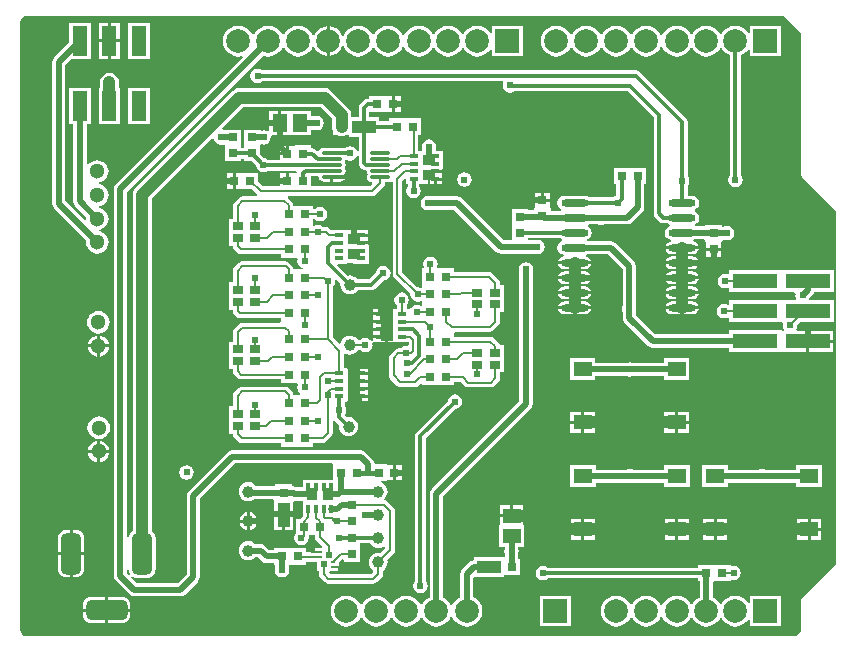
<source format=gtl>
G04 Layer_Physical_Order=1*
G04 Layer_Color=255*
%FSLAX44Y44*%
%MOMM*%
G71*
G01*
G75*
%ADD10C,1.0000*%
%ADD11R,0.7500X0.8000*%
%ADD12R,0.8000X0.7500*%
%ADD13R,1.1000X2.0000*%
%ADD14R,0.8000X0.8000*%
%ADD15R,0.9000X0.7000*%
%ADD16R,0.8000X0.8000*%
%ADD17R,2.0000X1.1000*%
%ADD18R,1.5000X1.3000*%
%ADD19R,1.3000X1.5000*%
%ADD20O,1.7000X0.3000*%
%ADD21O,2.3000X0.6000*%
%ADD22R,1.2000X2.5000*%
%ADD23R,1.5500X1.3000*%
%ADD24R,3.8100X1.2700*%
%ADD25R,0.7000X0.3000*%
%ADD26R,1.0000X0.9470*%
%ADD27R,1.0000X0.9450*%
%ADD28R,0.3000X0.7000*%
%ADD29R,0.9470X1.0000*%
%ADD30R,0.9450X1.0000*%
%ADD31R,0.4000X0.2000*%
%ADD32R,0.5000X0.5000*%
%ADD33C,0.3000*%
%ADD34C,0.5000*%
%ADD35C,0.2030*%
%ADD36C,0.4500*%
%ADD37C,1.0000*%
%ADD38R,4.9810X2.6491*%
%ADD39R,1.0991X2.6808*%
%ADD40R,1.0534X2.7503*%
%ADD41C,1.3000*%
%ADD42R,2.0000X2.0000*%
%ADD43C,2.0000*%
G04:AMPARAMS|DCode=44|XSize=1.7mm|YSize=3.5mm|CornerRadius=0.425mm|HoleSize=0mm|Usage=FLASHONLY|Rotation=180.000|XOffset=0mm|YOffset=0mm|HoleType=Round|Shape=RoundedRectangle|*
%AMROUNDEDRECTD44*
21,1,1.7000,2.6500,0,0,180.0*
21,1,0.8500,3.5000,0,0,180.0*
1,1,0.8500,-0.4250,1.3250*
1,1,0.8500,0.4250,1.3250*
1,1,0.8500,0.4250,-1.3250*
1,1,0.8500,-0.4250,-1.3250*
%
%ADD44ROUNDEDRECTD44*%
G04:AMPARAMS|DCode=45|XSize=1.7mm|YSize=3.5mm|CornerRadius=0.425mm|HoleSize=0mm|Usage=FLASHONLY|Rotation=270.000|XOffset=0mm|YOffset=0mm|HoleType=Round|Shape=RoundedRectangle|*
%AMROUNDEDRECTD45*
21,1,1.7000,2.6500,0,0,270.0*
21,1,0.8500,3.5000,0,0,270.0*
1,1,0.8500,-1.3250,-0.4250*
1,1,0.8500,-1.3250,0.4250*
1,1,0.8500,1.3250,0.4250*
1,1,0.8500,1.3250,-0.4250*
%
%ADD45ROUNDEDRECTD45*%
%ADD46C,0.6100*%
G36*
X10889Y530744D02*
X11916Y530744D01*
X651819D01*
X666206Y516357D01*
Y396330D01*
X666538Y394664D01*
X667482Y393251D01*
X695416Y365317D01*
Y66844D01*
X667459Y38886D01*
X666515Y37473D01*
X666183Y35807D01*
Y11039D01*
X665626Y9692D01*
X663802Y7316D01*
X661426Y5492D01*
X660945Y5293D01*
X14387D01*
X13447Y5293D01*
X13144Y5276D01*
X12736Y5299D01*
X11493Y5432D01*
X11493D01*
X10509Y5527D01*
X9568Y5791D01*
X9138Y5928D01*
X9138Y5928D01*
X8396Y6075D01*
X6671Y7228D01*
X5518Y8953D01*
X5130Y10907D01*
X5164Y11080D01*
X5168Y11260D01*
X5185Y11485D01*
X5164Y11593D01*
Y525946D01*
X5480Y527534D01*
X6632Y529259D01*
X8357Y530411D01*
X9466Y530632D01*
X10665Y530762D01*
X10889Y530744D01*
D02*
G37*
%LPC*%
G36*
X392080Y522512D02*
X388686Y522065D01*
X385524Y520756D01*
X382808Y518672D01*
X380724Y515956D01*
X380415Y515209D01*
X379145D01*
X378835Y515956D01*
X376752Y518672D01*
X374036Y520756D01*
X370874Y522065D01*
X367480Y522512D01*
X364086Y522065D01*
X360924Y520756D01*
X358208Y518672D01*
X356124Y515956D01*
X355615Y514726D01*
X354345D01*
X353835Y515956D01*
X351752Y518672D01*
X349036Y520756D01*
X345874Y522065D01*
X342480Y522512D01*
X339086Y522065D01*
X335924Y520756D01*
X333208Y518672D01*
X331124Y515956D01*
X330267Y513887D01*
X328893D01*
X328036Y515956D01*
X325952Y518672D01*
X323236Y520756D01*
X320074Y522065D01*
X316680Y522512D01*
X313286Y522065D01*
X310124Y520756D01*
X307408Y518672D01*
X305324Y515956D01*
X304667Y514370D01*
X303293D01*
X302635Y515956D01*
X300552Y518672D01*
X297836Y520756D01*
X294674Y522065D01*
X291280Y522512D01*
X287886Y522065D01*
X284724Y520756D01*
X282008Y518672D01*
X279925Y515956D01*
X279018Y513768D01*
X277644D01*
X276834Y515724D01*
X274824Y518344D01*
X272204Y520354D01*
X269154Y521617D01*
X267150Y521881D01*
Y509400D01*
Y496919D01*
X269154Y497183D01*
X272204Y498446D01*
X274824Y500456D01*
X276834Y503076D01*
X277644Y505032D01*
X279018D01*
X279925Y502844D01*
X282008Y500128D01*
X284724Y498045D01*
X287886Y496735D01*
X291280Y496288D01*
X294674Y496735D01*
X297836Y498045D01*
X300552Y500128D01*
X302635Y502844D01*
X303293Y504431D01*
X304667D01*
X305324Y502844D01*
X307408Y500128D01*
X310124Y498045D01*
X313286Y496735D01*
X316680Y496288D01*
X320074Y496735D01*
X323236Y498045D01*
X325952Y500128D01*
X328036Y502844D01*
X328893Y504913D01*
X330267D01*
X331124Y502844D01*
X333208Y500128D01*
X335924Y498045D01*
X339086Y496735D01*
X342480Y496288D01*
X345874Y496735D01*
X349036Y498045D01*
X351752Y500128D01*
X353835Y502844D01*
X354345Y504074D01*
X355615D01*
X356124Y502844D01*
X358208Y500128D01*
X360924Y498045D01*
X364086Y496735D01*
X367480Y496288D01*
X370874Y496735D01*
X374036Y498045D01*
X376752Y500128D01*
X378835Y502844D01*
X379145Y503591D01*
X380415D01*
X380724Y502844D01*
X382808Y500128D01*
X385524Y498045D01*
X388686Y496735D01*
X392080Y496288D01*
X395474Y496735D01*
X398636Y498045D01*
X401352Y500128D01*
X403210Y502550D01*
X404480Y502209D01*
Y496400D01*
X430480D01*
Y522400D01*
X404480D01*
Y516591D01*
X403210Y516250D01*
X401352Y518672D01*
X398636Y520756D01*
X395474Y522065D01*
X392080Y522512D01*
D02*
G37*
G36*
X610519Y522509D02*
X607126Y522062D01*
X603963Y520752D01*
X601248Y518669D01*
X599164Y515953D01*
X598854Y515206D01*
X597584D01*
X597275Y515953D01*
X595191Y518669D01*
X592476Y520752D01*
X589313Y522062D01*
X585920Y522509D01*
X582526Y522062D01*
X579364Y520752D01*
X576648Y518669D01*
X574564Y515953D01*
X574054Y514723D01*
X572785D01*
X572275Y515953D01*
X570191Y518669D01*
X567476Y520752D01*
X564313Y522062D01*
X560919Y522509D01*
X557526Y522062D01*
X554363Y520752D01*
X551648Y518669D01*
X549564Y515953D01*
X548707Y513884D01*
X547332D01*
X546475Y515953D01*
X544391Y518669D01*
X541676Y520752D01*
X538513Y522062D01*
X535120Y522509D01*
X531726Y522062D01*
X528563Y520752D01*
X525848Y518669D01*
X523764Y515953D01*
X523107Y514366D01*
X521732D01*
X521075Y515953D01*
X518991Y518669D01*
X516276Y520752D01*
X513113Y522062D01*
X509720Y522509D01*
X506326Y522062D01*
X503163Y520752D01*
X500448Y518669D01*
X498364Y515953D01*
X497707Y514366D01*
X496332D01*
X495675Y515953D01*
X493591Y518669D01*
X490876Y520752D01*
X487713Y522062D01*
X484320Y522509D01*
X480926Y522062D01*
X477763Y520752D01*
X475048Y518669D01*
X472964Y515953D01*
X472307Y514366D01*
X470932D01*
X470275Y515953D01*
X468191Y518669D01*
X465476Y520752D01*
X462313Y522062D01*
X458920Y522509D01*
X455526Y522062D01*
X452364Y520752D01*
X449648Y518669D01*
X447564Y515953D01*
X446254Y512791D01*
X445807Y509397D01*
X446254Y506003D01*
X447564Y502841D01*
X449648Y500125D01*
X452364Y498041D01*
X455526Y496732D01*
X458920Y496285D01*
X462313Y496732D01*
X465476Y498041D01*
X468191Y500125D01*
X470275Y502841D01*
X470932Y504427D01*
X472307D01*
X472964Y502841D01*
X475048Y500125D01*
X477763Y498041D01*
X480926Y496732D01*
X484320Y496285D01*
X487713Y496732D01*
X490876Y498041D01*
X493591Y500125D01*
X495675Y502841D01*
X496332Y504427D01*
X497707D01*
X498364Y502841D01*
X500448Y500125D01*
X503163Y498041D01*
X506326Y496732D01*
X509720Y496285D01*
X513113Y496732D01*
X516276Y498041D01*
X518991Y500125D01*
X521075Y502841D01*
X521732Y504427D01*
X523107D01*
X523764Y502841D01*
X525848Y500125D01*
X528563Y498041D01*
X531726Y496732D01*
X535120Y496285D01*
X538513Y496732D01*
X541676Y498041D01*
X544391Y500125D01*
X546475Y502841D01*
X547332Y504910D01*
X548707D01*
X549564Y502841D01*
X551648Y500125D01*
X554363Y498041D01*
X557526Y496732D01*
X560919Y496285D01*
X564313Y496732D01*
X567476Y498041D01*
X570191Y500125D01*
X572275Y502841D01*
X572785Y504071D01*
X574054D01*
X574564Y502841D01*
X576648Y500125D01*
X579364Y498041D01*
X582526Y496732D01*
X585920Y496285D01*
X589313Y496732D01*
X592476Y498041D01*
X595191Y500125D01*
X597275Y502841D01*
X597584Y503588D01*
X598854D01*
X599164Y502841D01*
X601248Y500125D01*
X603963Y498041D01*
X605931Y497226D01*
Y395930D01*
X604740Y394147D01*
X604271Y391787D01*
X604740Y389426D01*
X606077Y387425D01*
X608079Y386088D01*
X610439Y385619D01*
X612800Y386088D01*
X614801Y387425D01*
X616138Y389426D01*
X616608Y391787D01*
X616138Y394147D01*
X615108Y395690D01*
Y497226D01*
X617076Y498041D01*
X619791Y500125D01*
X621650Y502547D01*
X622920Y502206D01*
Y496397D01*
X648920D01*
Y522397D01*
X622920D01*
Y516588D01*
X621650Y516247D01*
X619791Y518669D01*
X617076Y520752D01*
X613913Y522062D01*
X610519Y522509D01*
D02*
G37*
G36*
X240480Y522512D02*
X237086Y522065D01*
X233924Y520756D01*
X231208Y518672D01*
X229125Y515956D01*
X228467Y514370D01*
X227093D01*
X226436Y515956D01*
X224352Y518672D01*
X221636Y520756D01*
X218474Y522065D01*
X215080Y522512D01*
X211686Y522065D01*
X208524Y520756D01*
X205808Y518672D01*
X203724Y515956D01*
X203067Y514370D01*
X201693D01*
X201035Y515956D01*
X198952Y518672D01*
X196236Y520756D01*
X193074Y522065D01*
X189680Y522512D01*
X186286Y522065D01*
X183124Y520756D01*
X180408Y518672D01*
X178325Y515956D01*
X177015Y512794D01*
X176568Y509400D01*
X177015Y506006D01*
X178325Y502844D01*
X180408Y500128D01*
X183124Y498045D01*
X186286Y496735D01*
X189680Y496288D01*
X192630Y496676D01*
X193223Y495473D01*
X85727Y387977D01*
X84511Y386158D01*
X84084Y384012D01*
Y56714D01*
X84511Y54568D01*
X85727Y52748D01*
X97660Y40815D01*
X99479Y39600D01*
X101625Y39173D01*
X140537D01*
X142683Y39600D01*
X144503Y40815D01*
X155398Y51711D01*
X156614Y53530D01*
X157041Y55676D01*
Y121839D01*
X186961Y151759D01*
X268544D01*
X269500Y151000D01*
X269500Y150489D01*
Y137915D01*
X244500D01*
Y133960D01*
X244495D01*
Y131834D01*
X243225Y131452D01*
X242956Y131632D01*
X240595Y132101D01*
X238999Y131784D01*
X238405Y132181D01*
X236259Y132608D01*
X235000D01*
Y134000D01*
X221000D01*
Y132608D01*
X204548D01*
X203706Y133705D01*
X202035Y134988D01*
X200089Y135794D01*
X198000Y136069D01*
X195912Y135794D01*
X193966Y134988D01*
X192295Y133705D01*
X191012Y132034D01*
X190206Y130088D01*
X189931Y128000D01*
X190206Y125911D01*
X191012Y123965D01*
X192295Y122294D01*
X193966Y121012D01*
X195912Y120206D01*
X198000Y119931D01*
X200089Y120206D01*
X202035Y121012D01*
X202530Y121392D01*
X219043D01*
X219960Y120540D01*
Y109270D01*
X228000D01*
X236040D01*
Y119399D01*
X237022Y120204D01*
X237552Y120099D01*
X238915D01*
X240595Y119764D01*
X242276Y120099D01*
X244495D01*
Y117960D01*
X244500D01*
Y107515D01*
X242356Y105371D01*
X242108Y105000D01*
X238500D01*
Y92615D01*
X237381Y90941D01*
X236912Y88580D01*
X237381Y86219D01*
X238718Y84218D01*
X240719Y82881D01*
X243080Y82411D01*
X245441Y82881D01*
X247442Y84218D01*
X248779Y86219D01*
X249249Y88580D01*
X249080Y89425D01*
X249344Y90750D01*
Y91000D01*
X254656D01*
Y89305D01*
X254968Y87739D01*
X255855Y86411D01*
X260830Y81436D01*
X260594Y80229D01*
X260437Y80033D01*
X254253D01*
Y76528D01*
X246782D01*
Y80006D01*
X219783D01*
Y78614D01*
X215934D01*
X212583Y81965D01*
X210763Y83181D01*
X208617Y83608D01*
X203781D01*
X203706Y83706D01*
X202035Y84988D01*
X200089Y85794D01*
X198000Y86069D01*
X195912Y85794D01*
X193966Y84988D01*
X192295Y83706D01*
X191012Y82034D01*
X190206Y80088D01*
X189931Y78000D01*
X190206Y75911D01*
X191012Y73965D01*
X192295Y72294D01*
X193966Y71012D01*
X195912Y70206D01*
X198000Y69931D01*
X200089Y70206D01*
X202035Y71012D01*
X203706Y72294D01*
X203781Y72392D01*
X206295D01*
X209646Y69041D01*
X211465Y67825D01*
X213611Y67398D01*
X219783D01*
Y66006D01*
X220925D01*
Y63927D01*
X220834Y63791D01*
X220364Y61430D01*
X220834Y59070D01*
X222171Y57069D01*
X224172Y55731D01*
X226533Y55262D01*
X228893Y55731D01*
X230895Y57069D01*
X232232Y59070D01*
X232701Y61430D01*
X232232Y63791D01*
X232141Y63927D01*
Y66006D01*
X246782D01*
Y68341D01*
X256425D01*
Y60866D01*
X257831D01*
Y58272D01*
X258143Y56705D01*
X259030Y55377D01*
X263081Y51326D01*
X264410Y50438D01*
X265976Y50127D01*
X303802D01*
X305369Y50438D01*
X306697Y51326D01*
X310895Y55524D01*
X311782Y56852D01*
X312094Y58418D01*
Y61057D01*
X313706Y62294D01*
X314988Y63965D01*
X315794Y65911D01*
X316069Y68000D01*
X315804Y70014D01*
X321165Y75375D01*
X322052Y76703D01*
X322364Y78270D01*
Y111240D01*
X322052Y112807D01*
X321165Y114135D01*
X315655Y119645D01*
X314326Y120532D01*
X313667Y120663D01*
X313350Y122021D01*
X313706Y122294D01*
X314988Y123965D01*
X315794Y125911D01*
X316069Y128000D01*
X315794Y130088D01*
X314988Y132034D01*
X313706Y133705D01*
X312034Y134988D01*
X310088Y135794D01*
X310345Y137000D01*
X315090Y137000D01*
X316169Y137460D01*
X320570D01*
Y144000D01*
Y150540D01*
X316169D01*
X315090Y151000D01*
X314471Y151000D01*
X305131D01*
X304718Y153077D01*
X303503Y154896D01*
X297067Y161332D01*
X295248Y162547D01*
X293102Y162974D01*
X184638D01*
X182492Y162547D01*
X180673Y161332D01*
X147467Y128127D01*
X146252Y126307D01*
X145825Y124161D01*
Y57999D01*
X138215Y50388D01*
X103948D01*
X99099Y55237D01*
X99938Y56194D01*
X100298Y55918D01*
X102061Y55188D01*
X103954Y54938D01*
X112454D01*
X114347Y55188D01*
X116110Y55918D01*
X117625Y57080D01*
X118787Y58595D01*
X119517Y60358D01*
X119767Y62251D01*
Y88751D01*
X119517Y90644D01*
X118787Y92407D01*
X117625Y93922D01*
X116273Y94959D01*
Y375752D01*
X167772Y427250D01*
X169150Y426832D01*
X169437Y425390D01*
X170774Y423388D01*
X172775Y422051D01*
X175136Y421582D01*
X176760Y421905D01*
X177023Y421717D01*
X178030Y421000D01*
X178030D01*
X178030Y421000D01*
Y407500D01*
X192030D01*
Y409662D01*
X194030D01*
Y407500D01*
X201292D01*
X204851Y403940D01*
X205241Y401979D01*
X206578Y399978D01*
X208580Y398641D01*
X210940Y398172D01*
X213301Y398641D01*
X214963Y399752D01*
X238752D01*
X239521Y398482D01*
X239237Y397940D01*
X238030D01*
Y397940D01*
X237570Y397480D01*
X232550D01*
Y390940D01*
X231280D01*
Y389670D01*
X224990D01*
Y386350D01*
X210219D01*
X206530Y390039D01*
Y398000D01*
X193649D01*
X193030Y398000D01*
X191950Y397540D01*
X187550D01*
Y391000D01*
Y384460D01*
X191950D01*
X193030Y384000D01*
X193649Y384000D01*
X200991D01*
X205629Y379362D01*
X205845Y379217D01*
X205460Y377947D01*
X193165D01*
X191598Y377636D01*
X190270Y376748D01*
X186105Y372583D01*
X185218Y371255D01*
X184906Y369689D01*
Y358992D01*
X181500D01*
Y345992D01*
Y336008D01*
X184906D01*
Y335990D01*
X185218Y334423D01*
X186105Y333095D01*
X189095Y330106D01*
X190423Y329218D01*
X191990Y328907D01*
X225500D01*
Y326000D01*
X237730D01*
X238923Y326000D01*
X239052Y325926D01*
X239883Y324730D01*
X239582Y323217D01*
X240051Y320856D01*
X241388Y318855D01*
X243389Y317518D01*
X244634Y317270D01*
X244509Y316000D01*
X239000Y316000D01*
X237730Y316000D01*
X236344D01*
Y316154D01*
X236032Y317721D01*
X235145Y319049D01*
X232504Y321690D01*
X231176Y322577D01*
X229609Y322889D01*
X192773D01*
X191206Y322577D01*
X189878Y321690D01*
X186105Y317917D01*
X185218Y316589D01*
X184906Y315022D01*
Y304992D01*
X181500D01*
Y291992D01*
Y282008D01*
X184906D01*
Y281029D01*
X185218Y279463D01*
X186105Y278135D01*
X188134Y276106D01*
X189462Y275218D01*
X191029Y274907D01*
X225500D01*
Y272137D01*
X225500Y272000D01*
X225169Y270867D01*
X193067D01*
X191500Y270556D01*
X190172Y269668D01*
X186105Y265601D01*
X185218Y264273D01*
X184906Y262707D01*
Y254992D01*
X181500D01*
Y241992D01*
Y232008D01*
X184906D01*
Y230085D01*
X185218Y228519D01*
X186105Y227191D01*
X189191Y224105D01*
X190519Y223218D01*
X192085Y222906D01*
X225500D01*
Y220000D01*
X239720Y220000D01*
X240319Y218880D01*
X240051Y218479D01*
X239582Y216118D01*
X240051Y213758D01*
X241388Y211756D01*
X242117Y211270D01*
X241731Y210000D01*
X239000Y210000D01*
X237730Y210000D01*
X236335D01*
X236032Y211523D01*
X235145Y212851D01*
X232308Y215687D01*
X230980Y216575D01*
X229413Y216886D01*
X192725D01*
X191159Y216575D01*
X189830Y215687D01*
X186105Y211962D01*
X185218Y210634D01*
X184906Y209067D01*
Y199992D01*
X181500D01*
Y186992D01*
Y177008D01*
X184906D01*
Y176986D01*
X185218Y175420D01*
X186105Y174091D01*
X190091Y170105D01*
X191420Y169218D01*
X192986Y168906D01*
X225500D01*
Y166000D01*
X237730D01*
X239000Y166000D01*
X240270Y166000D01*
X252500D01*
Y168906D01*
X261041D01*
X262607Y169218D01*
X263935Y170105D01*
X268488Y174658D01*
X269375Y175986D01*
X269687Y177553D01*
Y188629D01*
X270957Y188951D01*
X271756Y187756D01*
X275115Y184396D01*
X274931Y183000D01*
X275206Y180912D01*
X276012Y178965D01*
X277295Y177294D01*
X278966Y176012D01*
X280912Y175206D01*
X283000Y174931D01*
X285089Y175206D01*
X287035Y176012D01*
X288706Y177294D01*
X289988Y178965D01*
X290794Y180912D01*
X291069Y183000D01*
X290794Y185088D01*
X289988Y187034D01*
X288706Y188706D01*
X287035Y189988D01*
X285089Y190794D01*
X283000Y191069D01*
X281604Y190885D01*
X279726Y192763D01*
X280727Y194261D01*
X281197Y196622D01*
X280727Y198982D01*
X279588Y200687D01*
Y204046D01*
X281500D01*
Y204545D01*
X287375D01*
Y204506D01*
X292145D01*
Y208546D01*
X293415D01*
Y209816D01*
X299455D01*
Y211006D01*
Y213776D01*
X293415D01*
Y216316D01*
X299455D01*
Y217483D01*
Y220253D01*
X293415D01*
Y222793D01*
X299455D01*
Y223960D01*
Y226730D01*
X293415D01*
Y229270D01*
X299455D01*
Y232040D01*
X295500D01*
Y232045D01*
X289230D01*
Y224770D01*
X286690D01*
Y232045D01*
X281500D01*
Y232500D01*
X279094D01*
Y244224D01*
X280364Y244847D01*
X281912Y244206D01*
X284000Y243931D01*
X286088Y244206D01*
X288034Y245012D01*
X289706Y246294D01*
X290942Y247906D01*
X292615D01*
X292795Y247638D01*
X294796Y246301D01*
X297156Y245832D01*
X299517Y246301D01*
X301518Y247638D01*
X302855Y249639D01*
X303325Y252000D01*
X303131Y252973D01*
X303143Y254165D01*
X303798Y254885D01*
X303932Y254960D01*
X304544Y254960D01*
X307500D01*
Y254955D01*
X313770D01*
Y262230D01*
X316310D01*
Y254955D01*
X321500D01*
Y254500D01*
X333751D01*
Y251904D01*
X332770Y251098D01*
X331890Y251273D01*
X329529Y250804D01*
X327528Y249467D01*
X327349Y249199D01*
X325187D01*
X323621Y248887D01*
X322293Y248000D01*
X318214Y243921D01*
X317327Y242593D01*
X317015Y241026D01*
Y226438D01*
X317327Y224871D01*
X318214Y223543D01*
X324047Y217710D01*
X325375Y216822D01*
X326942Y216511D01*
X338954D01*
X340521Y216822D01*
X341849Y217710D01*
X344230Y220091D01*
X345500Y219565D01*
Y218000D01*
X357730D01*
X359000Y218000D01*
X360270Y218000D01*
X372500D01*
Y220907D01*
X377790D01*
X381316Y217380D01*
X382644Y216493D01*
X384211Y216181D01*
X403549D01*
X405115Y216493D01*
X406443Y217380D01*
X409895Y220832D01*
X410782Y222160D01*
X411094Y223726D01*
Y229008D01*
X414500D01*
Y238992D01*
Y251992D01*
X410926D01*
X410782Y252716D01*
X409895Y254044D01*
X406044Y257895D01*
X404716Y258782D01*
X403149Y259094D01*
X372500D01*
Y261909D01*
X372500Y262000D01*
X372721Y263179D01*
X402555D01*
X404121Y263490D01*
X405449Y264378D01*
X409895Y268823D01*
X410782Y270151D01*
X411094Y271718D01*
Y280008D01*
X414500D01*
Y289992D01*
Y302992D01*
X411094D01*
Y304953D01*
X410782Y306519D01*
X409895Y307847D01*
X404847Y312894D01*
X403519Y313782D01*
X401953Y314093D01*
X372500D01*
Y317000D01*
X358346Y317000D01*
X357747Y318120D01*
X357949Y318421D01*
X358418Y320782D01*
X357949Y323142D01*
X356612Y325144D01*
X354610Y326481D01*
X352250Y326950D01*
X349889Y326481D01*
X347888Y325144D01*
X346551Y323142D01*
X346081Y320782D01*
X346551Y318421D01*
X346752Y318120D01*
X346153Y317000D01*
X345500D01*
Y303270D01*
X345500Y303000D01*
Y302000D01*
X345500Y301730D01*
Y300973D01*
X344380Y300375D01*
X343894Y300699D01*
X341533Y301169D01*
X341217Y301106D01*
X328408Y313915D01*
Y391154D01*
X330357Y393104D01*
X331530Y392618D01*
Y388046D01*
X333442D01*
Y386608D01*
X332331Y384946D01*
X331861Y382585D01*
X332331Y380224D01*
X333668Y378223D01*
X335669Y376886D01*
X338030Y376417D01*
X340391Y376886D01*
X342392Y378223D01*
X343729Y380224D01*
X344198Y382585D01*
X343729Y384946D01*
X342618Y386608D01*
Y388046D01*
X344530D01*
Y388545D01*
X350405D01*
Y388506D01*
X355175D01*
Y392546D01*
X356445D01*
Y393816D01*
X362485D01*
Y397776D01*
X356445D01*
Y400316D01*
X362485D01*
Y401023D01*
X362945D01*
Y407500D01*
Y416500D01*
X358990D01*
Y416505D01*
X357276D01*
X357026Y416970D01*
X356724Y417775D01*
X357159Y419960D01*
X356689Y422321D01*
X355352Y424322D01*
X353351Y425659D01*
X350990Y426129D01*
X348629Y425659D01*
X346628Y424322D01*
X345291Y422321D01*
X344822Y419960D01*
X345256Y417775D01*
X344954Y416970D01*
X344704Y416505D01*
X342990D01*
X342124Y417416D01*
Y430000D01*
X344530D01*
Y444000D01*
X332300D01*
X331030Y444000D01*
Y444000D01*
X331030D01*
Y444000D01*
X317530D01*
Y441588D01*
X309030D01*
Y445500D01*
X300618D01*
Y449000D01*
X313410D01*
X314030Y449000D01*
X315109Y449460D01*
X319510D01*
Y456000D01*
Y462540D01*
X315109D01*
X314030Y463000D01*
X313410Y463000D01*
X300530D01*
Y460588D01*
X299030D01*
X297274Y460239D01*
X295786Y459244D01*
X292786Y456245D01*
X291791Y454756D01*
X291442Y453000D01*
Y445500D01*
X285099D01*
Y447060D01*
X284824Y449148D01*
X284018Y451095D01*
X282736Y452766D01*
X268356Y467146D01*
X266684Y468428D01*
X264738Y469234D01*
X262650Y469509D01*
X190550D01*
X188462Y469234D01*
X186516Y468428D01*
X184844Y467146D01*
X102498Y384800D01*
X101216Y383129D01*
X100410Y381182D01*
X100135Y379094D01*
Y94959D01*
X98783Y93922D01*
X97621Y92407D01*
X96891Y90644D01*
X96642Y88751D01*
Y62251D01*
X96891Y60358D01*
X97621Y58595D01*
X97897Y58235D01*
X96940Y57396D01*
X95300Y59036D01*
Y381689D01*
X210738Y497127D01*
X211686Y496735D01*
X215080Y496288D01*
X218474Y496735D01*
X221636Y498045D01*
X224352Y500128D01*
X226436Y502844D01*
X227093Y504431D01*
X228467D01*
X229125Y502844D01*
X231208Y500128D01*
X233924Y498045D01*
X237086Y496735D01*
X240480Y496288D01*
X243874Y496735D01*
X247036Y498045D01*
X249752Y500128D01*
X251835Y502844D01*
X252742Y505032D01*
X254116D01*
X254926Y503076D01*
X256936Y500456D01*
X259556Y498446D01*
X262606Y497183D01*
X264610Y496919D01*
Y509400D01*
Y521881D01*
X262606Y521617D01*
X259556Y520354D01*
X256936Y518344D01*
X254926Y515724D01*
X254116Y513768D01*
X252742D01*
X251835Y515956D01*
X249752Y518672D01*
X247036Y520756D01*
X243874Y522065D01*
X240480Y522512D01*
D02*
G37*
G36*
X89110Y524540D02*
X81840D01*
Y510770D01*
X89110D01*
Y524540D01*
D02*
G37*
G36*
X79300D02*
X72030D01*
Y510770D01*
X79300D01*
Y524540D01*
D02*
G37*
G36*
X89110Y508230D02*
X81840D01*
Y494460D01*
X89110D01*
Y508230D01*
D02*
G37*
G36*
X79300D02*
X72030D01*
Y494460D01*
X79300D01*
Y508230D01*
D02*
G37*
G36*
X114570Y525000D02*
X96570D01*
Y494000D01*
X114570D01*
Y525000D01*
D02*
G37*
G36*
X322050Y462540D02*
Y457270D01*
X327070D01*
Y462540D01*
X322050D01*
D02*
G37*
G36*
X327070Y454730D02*
X322050D01*
Y449460D01*
X327070D01*
Y454730D01*
D02*
G37*
G36*
X114570Y470000D02*
X96570D01*
Y439000D01*
X114570D01*
Y470000D01*
D02*
G37*
G36*
X80570Y482413D02*
X78482Y482138D01*
X76536Y481332D01*
X74864Y480050D01*
X73582Y478379D01*
X72776Y476433D01*
X72501Y474344D01*
Y470000D01*
X71570D01*
Y439000D01*
X89570D01*
Y470000D01*
X88639D01*
Y474344D01*
X88364Y476433D01*
X87558Y478379D01*
X86276Y480050D01*
X84605Y481332D01*
X82659Y482138D01*
X80570Y482413D01*
D02*
G37*
G36*
X185010Y397540D02*
X179990D01*
Y392270D01*
X185010D01*
Y397540D01*
D02*
G37*
G36*
X230010Y397480D02*
X224990D01*
Y392210D01*
X230010D01*
Y397480D01*
D02*
G37*
G36*
X362485Y391276D02*
X357715D01*
Y388506D01*
X362485D01*
Y391276D01*
D02*
G37*
G36*
X381080Y398275D02*
X378719Y397805D01*
X376718Y396468D01*
X375381Y394467D01*
X374911Y392107D01*
X375381Y389746D01*
X376718Y387745D01*
X378719Y386408D01*
X381080Y385938D01*
X383440Y386408D01*
X385441Y387745D01*
X386779Y389746D01*
X387248Y392107D01*
X386779Y394467D01*
X385441Y396468D01*
X383440Y397805D01*
X381080Y398275D01*
D02*
G37*
G36*
X185010Y389730D02*
X179990D01*
Y384460D01*
X185010D01*
Y389730D01*
D02*
G37*
G36*
X521000Y402000D02*
X519730Y402000D01*
X507500D01*
Y388000D01*
X509662D01*
Y378388D01*
X508460Y378149D01*
X506797Y377038D01*
X486806D01*
X485214Y378102D01*
X482873Y378568D01*
X465873D01*
X463532Y378102D01*
X461547Y376776D01*
X460221Y374791D01*
X459755Y372450D01*
X460221Y370109D01*
X461547Y368124D01*
X462784Y367298D01*
X462946Y365718D01*
X462556Y365358D01*
X454898D01*
X454000Y366256D01*
X454000Y368000D01*
X453540Y369080D01*
Y373480D01*
X447000D01*
X440460D01*
Y369080D01*
X440000Y368000D01*
X440000Y367628D01*
X439403Y366358D01*
X435000D01*
Y367500D01*
X421000D01*
Y355270D01*
X421000Y354000D01*
X421000Y352730D01*
Y340664D01*
X414429D01*
X378899Y376194D01*
X377080Y377410D01*
X374934Y377836D01*
X352697D01*
X352561Y377928D01*
X350200Y378397D01*
X347839Y377928D01*
X345838Y376590D01*
X344501Y374589D01*
X344031Y372229D01*
X344501Y369868D01*
X345838Y367867D01*
X347839Y366530D01*
X350200Y366060D01*
X352561Y366530D01*
X352697Y366621D01*
X372611D01*
X408141Y331091D01*
X409960Y329875D01*
X412106Y329449D01*
X440418D01*
X440554Y329357D01*
X442915Y328888D01*
X445275Y329357D01*
X447276Y330695D01*
X448614Y332696D01*
X449083Y335056D01*
X448614Y337417D01*
X447276Y339418D01*
X445275Y340755D01*
X442915Y341225D01*
X440554Y340755D01*
X440418Y340664D01*
X435000D01*
Y342662D01*
X461641D01*
X463532Y341398D01*
X463787Y341348D01*
Y340053D01*
X463532Y340002D01*
X461547Y338676D01*
X460221Y336691D01*
X459755Y334350D01*
X460221Y332009D01*
X461547Y330024D01*
X463532Y328698D01*
X464966Y328413D01*
Y327118D01*
X463711Y326869D01*
X461879Y325644D01*
X460654Y323812D01*
X460477Y322920D01*
X474373D01*
X488269D01*
X488092Y323812D01*
X486867Y325644D01*
X485034Y326869D01*
X483780Y327118D01*
Y328413D01*
X485214Y328698D01*
X485280Y328742D01*
X502786D01*
X514931Y316597D01*
Y285487D01*
X514815Y285314D01*
X514346Y282954D01*
X514815Y280593D01*
X514931Y280420D01*
Y275216D01*
X515358Y273070D01*
X516573Y271251D01*
X536392Y251432D01*
X538212Y250216D01*
X540358Y249789D01*
X598189D01*
X598326Y249698D01*
X600686Y249228D01*
X603047Y249698D01*
X603183Y249789D01*
X605330D01*
Y246047D01*
X649161D01*
X649430Y246047D01*
X650509Y246507D01*
X650700Y246507D01*
X670560D01*
Y255397D01*
Y264287D01*
X662532D01*
X661853Y265557D01*
X662612Y266692D01*
X663081Y269053D01*
X663018Y269369D01*
X665096Y271447D01*
X693880D01*
Y290147D01*
X673337D01*
X672738Y291267D01*
X673084Y291785D01*
X673116Y291946D01*
X675795Y294625D01*
X677011Y296445D01*
X677091Y296847D01*
X693880D01*
Y315547D01*
X650700D01*
X649780Y315547D01*
X648510Y315547D01*
X605330D01*
Y312326D01*
X604210Y311727D01*
X603957Y311896D01*
X601597Y312365D01*
X599236Y311896D01*
X597235Y310559D01*
X595898Y308558D01*
X595428Y306197D01*
X595898Y303836D01*
X597235Y301835D01*
X599236Y300498D01*
X601597Y300028D01*
X603957Y300498D01*
X604210Y300667D01*
X605330Y300068D01*
Y296847D01*
X648510D01*
X649430Y296847D01*
X650700Y296847D01*
X660503D01*
X661501Y295577D01*
X661217Y294146D01*
X661686Y291785D01*
X662032Y291267D01*
X661433Y290147D01*
X650700D01*
X649780Y290147D01*
X648510Y290147D01*
X605330D01*
Y286566D01*
X604060Y285887D01*
X603148Y286496D01*
X600788Y286966D01*
X598427Y286496D01*
X596426Y285159D01*
X595089Y283158D01*
X594619Y280797D01*
X595089Y278436D01*
X596426Y276435D01*
X598427Y275098D01*
X600788Y274629D01*
X603148Y275098D01*
X604060Y275707D01*
X605330Y275028D01*
Y271447D01*
X648510D01*
X649926Y271447D01*
X650968Y270177D01*
X650744Y269053D01*
X651214Y266692D01*
X651973Y265557D01*
X651294Y264287D01*
X650509Y264287D01*
X649430Y264747D01*
X649161Y264747D01*
X605330D01*
Y261005D01*
X603183D01*
X603047Y261096D01*
X600686Y261565D01*
X598326Y261096D01*
X598189Y261005D01*
X542681D01*
X526146Y277539D01*
Y280493D01*
X526213Y280593D01*
X526683Y282954D01*
X526213Y285314D01*
X526146Y285414D01*
Y318920D01*
X525719Y321066D01*
X524504Y322885D01*
X509074Y338315D01*
X507254Y339531D01*
X505108Y339958D01*
X485280D01*
X485214Y340002D01*
X484959Y340053D01*
Y341348D01*
X485214Y341398D01*
X487199Y342724D01*
X488525Y344709D01*
X488991Y347050D01*
X488525Y349391D01*
X487199Y351376D01*
X485962Y352202D01*
X485800Y353782D01*
X486190Y354142D01*
X494160D01*
X494296Y354051D01*
X496657Y353582D01*
X499018Y354051D01*
X499154Y354142D01*
X518941D01*
X521087Y354569D01*
X522906Y355785D01*
X531715Y364594D01*
X532931Y366413D01*
X533358Y368559D01*
Y388000D01*
X534500D01*
Y402000D01*
X521000Y402000D01*
D02*
G37*
G36*
X453540Y381040D02*
X448270D01*
Y376020D01*
X453540D01*
Y381040D01*
D02*
G37*
G36*
X445730D02*
X440460D01*
Y376020D01*
X445730D01*
Y381040D01*
D02*
G37*
G36*
X206000Y486148D02*
X203639Y485679D01*
X201638Y484342D01*
X200301Y482341D01*
X199832Y479980D01*
X200301Y477619D01*
X201638Y475618D01*
X203639Y474281D01*
X206000Y473811D01*
X208361Y474281D01*
X210023Y475392D01*
X413446D01*
X414044Y474272D01*
X413956Y474140D01*
X413487Y471780D01*
X413956Y469419D01*
X415293Y467418D01*
X417295Y466081D01*
X419655Y465611D01*
X422016Y466081D01*
X423619Y467152D01*
X519119D01*
X541312Y444959D01*
Y363443D01*
X541661Y361687D01*
X542656Y360199D01*
X546348Y356506D01*
X547837Y355511D01*
X549593Y355162D01*
X552940D01*
X554532Y354098D01*
X554787Y354048D01*
Y352753D01*
X554532Y352702D01*
X552547Y351376D01*
X551221Y349391D01*
X550756Y347050D01*
X551221Y344709D01*
X552547Y342724D01*
X554532Y341398D01*
X555966Y341113D01*
Y339818D01*
X554711Y339569D01*
X552879Y338344D01*
X551654Y336512D01*
X551477Y335620D01*
X565373D01*
X579269D01*
X579092Y336512D01*
X577867Y338344D01*
X576035Y339569D01*
X574780Y339818D01*
Y341113D01*
X576214Y341398D01*
X576280Y341442D01*
X584102D01*
X585000Y340544D01*
Y340000D01*
X585460Y338920D01*
Y334520D01*
X598540D01*
Y338920D01*
X599000Y340000D01*
Y340244D01*
X599898Y341142D01*
X600723D01*
X600859Y341051D01*
X603220Y340581D01*
X605580Y341051D01*
X607582Y342388D01*
X608919Y344389D01*
X609388Y346750D01*
X608919Y349110D01*
X607582Y351112D01*
X605580Y352449D01*
X603220Y352918D01*
X600859Y352449D01*
X600723Y352358D01*
X599000D01*
Y353500D01*
X585000D01*
Y352658D01*
X576280D01*
X576214Y352702D01*
X575959Y352753D01*
Y354048D01*
X576214Y354098D01*
X578199Y355424D01*
X579525Y357409D01*
X579991Y359750D01*
X579525Y362091D01*
X578199Y364076D01*
X576214Y365402D01*
X575959Y365453D01*
Y366748D01*
X576214Y366798D01*
X578199Y368124D01*
X579525Y370109D01*
X579991Y372450D01*
X579525Y374791D01*
X578199Y376776D01*
X576214Y378102D01*
X573873Y378568D01*
X569961D01*
Y386972D01*
X571124Y388712D01*
X571593Y391072D01*
X571124Y393433D01*
X569961Y395173D01*
Y440841D01*
X569612Y442597D01*
X568617Y444086D01*
X529479Y483224D01*
X527990Y484219D01*
X526234Y484568D01*
X210023D01*
X208361Y485679D01*
X206000Y486148D01*
D02*
G37*
G36*
X64570Y525000D02*
X46570D01*
Y508431D01*
X33577Y495438D01*
X32361Y493618D01*
X31934Y491472D01*
Y371783D01*
X32361Y369637D01*
X33577Y367818D01*
X60925Y340469D01*
X60733Y339010D01*
X61059Y336530D01*
X62017Y334219D01*
X63540Y332234D01*
X65524Y330712D01*
X67835Y329754D01*
X70315Y329428D01*
X72795Y329754D01*
X75106Y330712D01*
X77090Y332234D01*
X78613Y334219D01*
X79570Y336530D01*
X79897Y339010D01*
X79570Y341490D01*
X78613Y343801D01*
X77090Y345785D01*
X75106Y347308D01*
X72795Y348265D01*
X72004Y348369D01*
Y349650D01*
X72795Y349754D01*
X75106Y350712D01*
X77090Y352235D01*
X78613Y354219D01*
X79570Y356530D01*
X79897Y359010D01*
X79570Y361490D01*
X78613Y363801D01*
X77090Y365785D01*
X75106Y367308D01*
X72795Y368265D01*
X72004Y368369D01*
Y369650D01*
X72795Y369755D01*
X75106Y370712D01*
X77090Y372235D01*
X78613Y374219D01*
X79570Y376530D01*
X79897Y379010D01*
X79570Y381490D01*
X78613Y383801D01*
X77090Y385785D01*
X75106Y387308D01*
X72795Y388265D01*
X72004Y388369D01*
Y389650D01*
X72795Y389755D01*
X75106Y390712D01*
X77090Y392235D01*
X78613Y394219D01*
X79570Y396530D01*
X79897Y399010D01*
X79570Y401490D01*
X78613Y403801D01*
X77090Y405785D01*
X75106Y407308D01*
X72795Y408265D01*
X70315Y408592D01*
X67835Y408265D01*
X65524Y407308D01*
X63540Y405785D01*
X62448Y404362D01*
X61178Y404794D01*
Y439000D01*
X64570D01*
Y470000D01*
X46570D01*
Y439000D01*
X49962D01*
Y373755D01*
X50389Y371609D01*
X51605Y369790D01*
X60925Y360469D01*
X60733Y359010D01*
X60838Y358214D01*
X59635Y357621D01*
X43150Y374106D01*
Y489150D01*
X48000Y494000D01*
X64570D01*
Y525000D01*
D02*
G37*
G36*
X579269Y333080D02*
X566643D01*
Y328702D01*
X573873D01*
X576035Y329132D01*
X577867Y330356D01*
X579092Y332188D01*
X579269Y333080D01*
D02*
G37*
G36*
X564103D02*
X551477D01*
X551654Y332188D01*
X552879Y330356D01*
X554711Y329132D01*
X556873Y328702D01*
X564103D01*
Y333080D01*
D02*
G37*
G36*
X598540Y331980D02*
X593270D01*
Y326960D01*
X598540D01*
Y331980D01*
D02*
G37*
G36*
X590730D02*
X585460D01*
Y326960D01*
X590730D01*
Y331980D01*
D02*
G37*
G36*
X573873Y327299D02*
X566643D01*
Y322920D01*
X579269D01*
X579092Y323812D01*
X577867Y325644D01*
X576035Y326869D01*
X573873Y327299D01*
D02*
G37*
G36*
X564103D02*
X556873D01*
X554711Y326869D01*
X552879Y325644D01*
X551654Y323812D01*
X551477Y322920D01*
X564103D01*
Y327299D01*
D02*
G37*
G36*
X579269Y320380D02*
X566643D01*
Y316002D01*
X573873D01*
X576035Y316432D01*
X577867Y317656D01*
X579092Y319489D01*
X579269Y320380D01*
D02*
G37*
G36*
X564103D02*
X551477D01*
X551654Y319489D01*
X552879Y317656D01*
X554711Y316432D01*
X556873Y316002D01*
X564103D01*
Y320380D01*
D02*
G37*
G36*
X488269D02*
X475643D01*
Y316002D01*
X482873D01*
X485034Y316432D01*
X486867Y317656D01*
X488092Y319489D01*
X488269Y320380D01*
D02*
G37*
G36*
X473103D02*
X460477D01*
X460654Y319489D01*
X461879Y317656D01*
X463711Y316432D01*
X465873Y316002D01*
X473103D01*
Y320380D01*
D02*
G37*
G36*
X573873Y314599D02*
X566643D01*
Y310220D01*
X579269D01*
X579092Y311112D01*
X577867Y312944D01*
X576035Y314169D01*
X573873Y314599D01*
D02*
G37*
G36*
X482873D02*
X475643D01*
Y310220D01*
X488269D01*
X488092Y311112D01*
X486867Y312944D01*
X485034Y314169D01*
X482873Y314599D01*
D02*
G37*
G36*
X564103D02*
X556873D01*
X554711Y314169D01*
X552879Y312944D01*
X551654Y311112D01*
X551477Y310220D01*
X564103D01*
Y314599D01*
D02*
G37*
G36*
X473103D02*
X465873D01*
X463711Y314169D01*
X461879Y312944D01*
X460654Y311112D01*
X460477Y310220D01*
X473103D01*
Y314599D01*
D02*
G37*
G36*
X579269Y307680D02*
X566643D01*
Y303302D01*
X573873D01*
X576035Y303731D01*
X577867Y304956D01*
X579092Y306789D01*
X579269Y307680D01*
D02*
G37*
G36*
X564103D02*
X551477D01*
X551654Y306789D01*
X552879Y304956D01*
X554711Y303731D01*
X556873Y303302D01*
X564103D01*
Y307680D01*
D02*
G37*
G36*
X488269D02*
X475643D01*
Y303302D01*
X482873D01*
X485034Y303731D01*
X486867Y304956D01*
X488092Y306789D01*
X488269Y307680D01*
D02*
G37*
G36*
X473103D02*
X460477D01*
X460654Y306789D01*
X461879Y304956D01*
X463711Y303731D01*
X465873Y303302D01*
X473103D01*
Y307680D01*
D02*
G37*
G36*
X573873Y301899D02*
X566643D01*
Y297520D01*
X579269D01*
X579092Y298412D01*
X577867Y300244D01*
X576035Y301469D01*
X573873Y301899D01*
D02*
G37*
G36*
X482873D02*
X475643D01*
Y297520D01*
X488269D01*
X488092Y298412D01*
X486867Y300244D01*
X485034Y301469D01*
X482873Y301899D01*
D02*
G37*
G36*
X564103D02*
X556873D01*
X554711Y301469D01*
X552879Y300244D01*
X551654Y298412D01*
X551477Y297520D01*
X564103D01*
Y301899D01*
D02*
G37*
G36*
X473103D02*
X465873D01*
X463711Y301469D01*
X461879Y300244D01*
X460654Y298412D01*
X460477Y297520D01*
X473103D01*
Y301899D01*
D02*
G37*
G36*
X579269Y294980D02*
X566643D01*
Y290602D01*
X573873D01*
X576035Y291031D01*
X577867Y292256D01*
X579092Y294088D01*
X579269Y294980D01*
D02*
G37*
G36*
X564103D02*
X551477D01*
X551654Y294088D01*
X552879Y292256D01*
X554711Y291031D01*
X556873Y290602D01*
X564103D01*
Y294980D01*
D02*
G37*
G36*
X488269D02*
X475643D01*
Y290602D01*
X482873D01*
X485034Y291031D01*
X486867Y292256D01*
X488092Y294088D01*
X488269Y294980D01*
D02*
G37*
G36*
X473103D02*
X460477D01*
X460654Y294088D01*
X461879Y292256D01*
X463711Y291031D01*
X465873Y290602D01*
X473103D01*
Y294980D01*
D02*
G37*
G36*
X573873Y289199D02*
X566643D01*
Y284820D01*
X579269D01*
X579092Y285712D01*
X577867Y287544D01*
X576035Y288769D01*
X573873Y289199D01*
D02*
G37*
G36*
X482873D02*
X475643D01*
Y284820D01*
X488269D01*
X488092Y285712D01*
X486867Y287544D01*
X485034Y288769D01*
X482873Y289199D01*
D02*
G37*
G36*
X564103D02*
X556873D01*
X554711Y288769D01*
X552879Y287544D01*
X551654Y285712D01*
X551477Y284820D01*
X564103D01*
Y289199D01*
D02*
G37*
G36*
X473103D02*
X465873D01*
X463711Y288769D01*
X461879Y287544D01*
X460654Y285712D01*
X460477Y284820D01*
X473103D01*
Y289199D01*
D02*
G37*
G36*
X579269Y282280D02*
X566643D01*
Y277902D01*
X573873D01*
X576035Y278332D01*
X577867Y279556D01*
X579092Y281388D01*
X579269Y282280D01*
D02*
G37*
G36*
X564103D02*
X551477D01*
X551654Y281388D01*
X552879Y279556D01*
X554711Y278332D01*
X556873Y277902D01*
X564103D01*
Y282280D01*
D02*
G37*
G36*
X488269D02*
X475643D01*
Y277902D01*
X482873D01*
X485034Y278332D01*
X486867Y279556D01*
X488092Y281388D01*
X488269Y282280D01*
D02*
G37*
G36*
X473103D02*
X460477D01*
X460654Y281388D01*
X461879Y279556D01*
X463711Y278332D01*
X465873Y277902D01*
X473103D01*
Y282280D01*
D02*
G37*
G36*
X71107Y280835D02*
X68627Y280508D01*
X66316Y279551D01*
X64331Y278029D01*
X62809Y276044D01*
X61852Y273733D01*
X61525Y271253D01*
X61852Y268773D01*
X62809Y266462D01*
X64331Y264478D01*
X66316Y262955D01*
X68627Y261998D01*
X71107Y261671D01*
X73587Y261998D01*
X75898Y262955D01*
X77882Y264478D01*
X79405Y266462D01*
X80362Y268773D01*
X80689Y271253D01*
X80362Y273733D01*
X79405Y276044D01*
X77882Y278029D01*
X75898Y279551D01*
X73587Y280508D01*
X71107Y280835D01*
D02*
G37*
G36*
X693420Y264287D02*
X673100D01*
Y256667D01*
X693420D01*
Y264287D01*
D02*
G37*
G36*
X72377Y260204D02*
Y252523D01*
X80058D01*
X79914Y253613D01*
X79003Y255812D01*
X77554Y257700D01*
X75666Y259149D01*
X73467Y260060D01*
X72377Y260204D01*
D02*
G37*
G36*
X69837D02*
X68747Y260060D01*
X66548Y259149D01*
X64660Y257700D01*
X63211Y255812D01*
X62300Y253613D01*
X62156Y252523D01*
X69837D01*
Y260204D01*
D02*
G37*
G36*
X693420Y254127D02*
X673100D01*
Y246507D01*
X693420D01*
Y254127D01*
D02*
G37*
G36*
X69837Y249983D02*
X62156D01*
X62300Y248893D01*
X63211Y246694D01*
X64660Y244806D01*
X66548Y243357D01*
X68747Y242446D01*
X69837Y242302D01*
Y249983D01*
D02*
G37*
G36*
X80058D02*
X72377D01*
Y242302D01*
X73467Y242446D01*
X75666Y243357D01*
X77554Y244806D01*
X79003Y246694D01*
X79914Y248893D01*
X80058Y249983D01*
D02*
G37*
G36*
X571402Y241003D02*
X549902D01*
Y237110D01*
X523399D01*
X523263Y237202D01*
X520902Y237671D01*
X518542Y237202D01*
X518405Y237110D01*
X491902D01*
Y241003D01*
X470402D01*
Y222003D01*
X491902D01*
Y225895D01*
X518405D01*
X518542Y225804D01*
X520902Y225334D01*
X523263Y225804D01*
X523399Y225895D01*
X549902D01*
Y222003D01*
X571402D01*
Y241003D01*
D02*
G37*
G36*
X299455Y207276D02*
X294685D01*
Y204506D01*
X299455D01*
Y207276D01*
D02*
G37*
G36*
X570942Y195543D02*
X561922D01*
Y187773D01*
X570942D01*
Y195543D01*
D02*
G37*
G36*
X559382D02*
X550362D01*
Y187773D01*
X559382D01*
Y195543D01*
D02*
G37*
G36*
X491442D02*
X482422D01*
Y187773D01*
X491442D01*
Y195543D01*
D02*
G37*
G36*
X479882D02*
X470862D01*
Y187773D01*
X479882D01*
Y195543D01*
D02*
G37*
G36*
X570942Y185233D02*
X561922D01*
Y177463D01*
X570942D01*
Y185233D01*
D02*
G37*
G36*
X559382D02*
X550362D01*
Y177463D01*
X559382D01*
Y185233D01*
D02*
G37*
G36*
X491442D02*
X482422D01*
Y177463D01*
X491442D01*
Y185233D01*
D02*
G37*
G36*
X479882D02*
X470862D01*
Y177463D01*
X479882D01*
Y185233D01*
D02*
G37*
G36*
X71345Y191681D02*
X68865Y191355D01*
X66554Y190397D01*
X64570Y188874D01*
X63047Y186890D01*
X62090Y184579D01*
X61763Y182099D01*
X62090Y179619D01*
X63047Y177308D01*
X64570Y175324D01*
X66554Y173801D01*
X68865Y172843D01*
X71345Y172517D01*
X73825Y172843D01*
X76136Y173801D01*
X78120Y175324D01*
X79643Y177308D01*
X80600Y179619D01*
X80927Y182099D01*
X80600Y184579D01*
X79643Y186890D01*
X78120Y188874D01*
X76136Y190397D01*
X73825Y191355D01*
X71345Y191681D01*
D02*
G37*
G36*
X72615Y171050D02*
Y163369D01*
X80296D01*
X80152Y164459D01*
X79241Y166658D01*
X77792Y168546D01*
X75904Y169995D01*
X73705Y170906D01*
X72615Y171050D01*
D02*
G37*
G36*
X70075Y171050D02*
X68985Y170906D01*
X66786Y169995D01*
X64898Y168546D01*
X63449Y166658D01*
X62538Y164459D01*
X62394Y163369D01*
X70075D01*
Y171050D01*
D02*
G37*
G36*
Y160829D02*
X62394D01*
X62538Y159739D01*
X63449Y157540D01*
X64898Y155652D01*
X66786Y154203D01*
X68985Y153292D01*
X70075Y153148D01*
Y160829D01*
D02*
G37*
G36*
X80296D02*
X72615D01*
Y153148D01*
X73705Y153292D01*
X75904Y154203D01*
X77792Y155652D01*
X79241Y157540D01*
X80152Y159739D01*
X80296Y160829D01*
D02*
G37*
G36*
X571714Y150541D02*
X550214D01*
Y146648D01*
X523711D01*
X523575Y146740D01*
X521214Y147209D01*
X518853Y146740D01*
X518717Y146648D01*
X492214D01*
Y150541D01*
X470714D01*
Y131541D01*
X492214D01*
Y135433D01*
X518717D01*
X518853Y135342D01*
X521214Y134872D01*
X523575Y135342D01*
X523711Y135433D01*
X550214D01*
Y131541D01*
X571714D01*
Y150541D01*
D02*
G37*
G36*
X683576Y150540D02*
X662076D01*
Y146648D01*
X635573D01*
X635436Y146739D01*
X633076Y147209D01*
X630715Y146739D01*
X630579Y146648D01*
X604076D01*
Y150540D01*
X582576D01*
Y131540D01*
X604076D01*
Y135432D01*
X630579D01*
X630715Y135341D01*
X633076Y134872D01*
X635436Y135341D01*
X635573Y135432D01*
X662076D01*
Y131540D01*
X683576D01*
Y150540D01*
D02*
G37*
G36*
X323110Y150540D02*
Y145270D01*
X328130D01*
Y150540D01*
X323110D01*
D02*
G37*
G36*
X145810Y150294D02*
X143450Y149824D01*
X141449Y148487D01*
X140112Y146486D01*
X139642Y144125D01*
X140112Y141765D01*
X141449Y139764D01*
X143450Y138426D01*
X145810Y137957D01*
X148171Y138426D01*
X150172Y139764D01*
X151510Y141765D01*
X151979Y144125D01*
X151510Y146486D01*
X150172Y148487D01*
X148171Y149824D01*
X145810Y150294D01*
D02*
G37*
G36*
X328130Y142730D02*
X323110D01*
Y137460D01*
X328130D01*
Y142730D01*
D02*
G37*
G36*
X431039Y116541D02*
X422269D01*
Y108771D01*
X431039D01*
Y116541D01*
D02*
G37*
G36*
X419729D02*
X410959D01*
Y108771D01*
X419729D01*
Y116541D01*
D02*
G37*
G36*
X199270Y110438D02*
Y104270D01*
X205438D01*
X205346Y104968D01*
X204586Y106803D01*
X203378Y108378D01*
X201803Y109586D01*
X199968Y110346D01*
X199270Y110438D01*
D02*
G37*
G36*
X196730D02*
X196032Y110346D01*
X194198Y109586D01*
X192623Y108378D01*
X191414Y106803D01*
X190654Y104968D01*
X190562Y104270D01*
X196730D01*
Y110438D01*
D02*
G37*
G36*
X571254Y105080D02*
X562234D01*
Y97310D01*
X571254D01*
Y105080D01*
D02*
G37*
G36*
X559694D02*
X550674D01*
Y97310D01*
X559694D01*
Y105080D01*
D02*
G37*
G36*
X491754D02*
X482734D01*
Y97310D01*
X491754D01*
Y105080D01*
D02*
G37*
G36*
X480194D02*
X471174D01*
Y97310D01*
X480194D01*
Y105080D01*
D02*
G37*
G36*
X683116Y105080D02*
X674096D01*
Y97310D01*
X683116D01*
Y105080D01*
D02*
G37*
G36*
X671556D02*
X662536D01*
Y97310D01*
X671556D01*
Y105080D01*
D02*
G37*
G36*
X603616D02*
X594596D01*
Y97310D01*
X603616D01*
Y105080D01*
D02*
G37*
G36*
X592056D02*
X583036D01*
Y97310D01*
X592056D01*
Y105080D01*
D02*
G37*
G36*
X205438Y101730D02*
X199270D01*
Y95562D01*
X199968Y95654D01*
X201803Y96414D01*
X203378Y97622D01*
X204586Y99198D01*
X205346Y101032D01*
X205438Y101730D01*
D02*
G37*
G36*
X196730D02*
X190562D01*
X190654Y101032D01*
X191414Y99198D01*
X192623Y97622D01*
X194198Y96414D01*
X196032Y95654D01*
X196730Y95562D01*
Y101730D01*
D02*
G37*
G36*
X236040Y106730D02*
X229270D01*
Y95460D01*
X236040D01*
Y106730D01*
D02*
G37*
G36*
X226730D02*
X219960D01*
Y95460D01*
X226730D01*
Y106730D01*
D02*
G37*
G36*
X571254Y94770D02*
X562234D01*
Y87001D01*
X571254D01*
Y94770D01*
D02*
G37*
G36*
X559694D02*
X550674D01*
Y87001D01*
X559694D01*
Y94770D01*
D02*
G37*
G36*
X491754D02*
X482734D01*
Y87001D01*
X491754D01*
Y94770D01*
D02*
G37*
G36*
X480194D02*
X471174D01*
Y87001D01*
X480194D01*
Y94770D01*
D02*
G37*
G36*
X683116Y94770D02*
X674096D01*
Y87000D01*
X683116D01*
Y94770D01*
D02*
G37*
G36*
X671556D02*
X662536D01*
Y87000D01*
X671556D01*
Y94770D01*
D02*
G37*
G36*
X603616D02*
X594596D01*
Y87000D01*
X603616D01*
Y94770D01*
D02*
G37*
G36*
X592056D02*
X583036D01*
Y87000D01*
X592056D01*
Y94770D01*
D02*
G37*
G36*
X52454Y95600D02*
X49474D01*
Y76771D01*
X59303D01*
Y88751D01*
X59069Y90524D01*
X58385Y92175D01*
X57297Y93594D01*
X55878Y94682D01*
X54227Y95366D01*
X52454Y95600D01*
D02*
G37*
G36*
X46934D02*
X43954D01*
X42182Y95366D01*
X40530Y94682D01*
X39111Y93594D01*
X38023Y92175D01*
X37339Y90524D01*
X37106Y88751D01*
Y76771D01*
X46934D01*
Y95600D01*
D02*
G37*
G36*
X592706Y66012D02*
X591436Y66012D01*
X579206D01*
Y63600D01*
X451521D01*
X449858Y64710D01*
X447498Y65180D01*
X445137Y64710D01*
X443136Y63373D01*
X441799Y61372D01*
X441329Y59012D01*
X441799Y56651D01*
X443136Y54650D01*
X445137Y53313D01*
X447498Y52843D01*
X449858Y53313D01*
X451521Y54423D01*
X579206D01*
Y52012D01*
X580312D01*
Y38545D01*
X579364Y38152D01*
X576648Y36069D01*
X574564Y33353D01*
X574054Y32123D01*
X572785D01*
X572275Y33353D01*
X570191Y36069D01*
X567476Y38152D01*
X564313Y39462D01*
X560919Y39909D01*
X557526Y39462D01*
X554363Y38152D01*
X551648Y36069D01*
X549564Y33353D01*
X548707Y31284D01*
X547332D01*
X546475Y33353D01*
X544391Y36069D01*
X541676Y38152D01*
X538513Y39462D01*
X535120Y39909D01*
X531726Y39462D01*
X528563Y38152D01*
X525848Y36069D01*
X523764Y33353D01*
X523107Y31767D01*
X521732D01*
X521075Y33353D01*
X518991Y36069D01*
X516276Y38152D01*
X513113Y39462D01*
X509720Y39909D01*
X506326Y39462D01*
X503163Y38152D01*
X500448Y36069D01*
X498364Y33353D01*
X497054Y30191D01*
X496607Y26797D01*
X497054Y23403D01*
X498364Y20241D01*
X500448Y17525D01*
X503163Y15441D01*
X506326Y14132D01*
X509720Y13685D01*
X513113Y14132D01*
X516276Y15441D01*
X518991Y17525D01*
X521075Y20241D01*
X521732Y21827D01*
X523107D01*
X523764Y20241D01*
X525848Y17525D01*
X528563Y15441D01*
X531726Y14132D01*
X535120Y13685D01*
X538513Y14132D01*
X541676Y15441D01*
X544391Y17525D01*
X546475Y20241D01*
X547332Y22310D01*
X548707D01*
X549564Y20241D01*
X551648Y17525D01*
X554363Y15441D01*
X557526Y14132D01*
X560919Y13685D01*
X564313Y14132D01*
X567476Y15441D01*
X570191Y17525D01*
X572275Y20241D01*
X572785Y21471D01*
X574054D01*
X574564Y20241D01*
X576648Y17525D01*
X579364Y15441D01*
X582526Y14132D01*
X585920Y13685D01*
X589313Y14132D01*
X592476Y15441D01*
X595191Y17525D01*
X597275Y20241D01*
X597584Y20988D01*
X598854D01*
X599164Y20241D01*
X601248Y17525D01*
X603963Y15441D01*
X607126Y14132D01*
X610519Y13685D01*
X613913Y14132D01*
X617076Y15441D01*
X619791Y17525D01*
X621650Y19947D01*
X622920Y19606D01*
Y13797D01*
X648920D01*
Y39797D01*
X622920D01*
Y33988D01*
X621650Y33647D01*
X619791Y36069D01*
X617076Y38152D01*
X613913Y39462D01*
X610519Y39909D01*
X607126Y39462D01*
X603963Y38152D01*
X601248Y36069D01*
X599164Y33353D01*
X598854Y32606D01*
X597584D01*
X597275Y33353D01*
X595191Y36069D01*
X592476Y38152D01*
X591527Y38545D01*
Y51791D01*
X592706Y52012D01*
X593976Y52012D01*
X606206D01*
Y52220D01*
X607476Y53155D01*
X609043Y52843D01*
X611404Y53313D01*
X613405Y54650D01*
X614742Y56651D01*
X615212Y59012D01*
X614742Y61372D01*
X613405Y63373D01*
X611404Y64710D01*
X609043Y65180D01*
X607476Y64868D01*
X606206Y65803D01*
Y66012D01*
X592706Y66012D01*
D02*
G37*
G36*
X59303Y74231D02*
X49474D01*
Y55402D01*
X52454D01*
X54227Y55636D01*
X55878Y56320D01*
X57297Y57408D01*
X58385Y58827D01*
X59069Y60478D01*
X59303Y62251D01*
Y74231D01*
D02*
G37*
G36*
X46934D02*
X37106D01*
Y62251D01*
X37339Y60478D01*
X38023Y58827D01*
X39111Y57408D01*
X40530Y56320D01*
X42182Y55636D01*
X43954Y55402D01*
X46934D01*
Y74231D01*
D02*
G37*
G36*
X373152Y210251D02*
X370791Y209781D01*
X368790Y208444D01*
X367453Y206443D01*
X367132Y204829D01*
X340596Y178293D01*
X339602Y176804D01*
X339252Y175049D01*
Y51976D01*
X338142Y50314D01*
X337672Y47953D01*
X338142Y45593D01*
X339479Y43592D01*
X341480Y42254D01*
X343840Y41785D01*
X346201Y42254D01*
X348202Y43592D01*
X349539Y45593D01*
X350009Y47953D01*
X349539Y50314D01*
X348429Y51976D01*
Y173148D01*
X373205Y197924D01*
X375513Y198383D01*
X377514Y199721D01*
X378851Y201722D01*
X379320Y204082D01*
X378851Y206443D01*
X377514Y208444D01*
X375513Y209781D01*
X373152Y210251D01*
D02*
G37*
G36*
X471119Y39797D02*
X445120D01*
Y32948D01*
X443849Y32695D01*
X443673Y33121D01*
X441663Y35741D01*
X439044Y37751D01*
X435993Y39014D01*
X433989Y39278D01*
Y26797D01*
Y14316D01*
X435993Y14580D01*
X439044Y15843D01*
X441663Y17853D01*
X443673Y20473D01*
X443849Y20899D01*
X445120Y20646D01*
Y13797D01*
X471119D01*
Y39797D01*
D02*
G37*
G36*
X433143Y322311D02*
X430783Y321842D01*
X428781Y320505D01*
X427444Y318503D01*
X426975Y316143D01*
X427444Y313782D01*
X427536Y313646D01*
Y204364D01*
X353354Y130183D01*
X352139Y128364D01*
X351712Y126218D01*
Y38545D01*
X350764Y38152D01*
X348048Y36069D01*
X345964Y33353D01*
X345307Y31767D01*
X343932D01*
X343275Y33353D01*
X341191Y36069D01*
X338476Y38152D01*
X335313Y39462D01*
X331920Y39909D01*
X328526Y39462D01*
X325364Y38152D01*
X322648Y36069D01*
X320564Y33353D01*
X319907Y31767D01*
X318532D01*
X317875Y33353D01*
X315791Y36069D01*
X313076Y38152D01*
X309913Y39462D01*
X306520Y39909D01*
X303126Y39462D01*
X299963Y38152D01*
X297248Y36069D01*
X295164Y33353D01*
X294507Y31767D01*
X293132D01*
X292475Y33353D01*
X290391Y36069D01*
X287676Y38152D01*
X284513Y39462D01*
X281120Y39909D01*
X277726Y39462D01*
X274564Y38152D01*
X271848Y36069D01*
X269764Y33353D01*
X268454Y30191D01*
X268007Y26797D01*
X268454Y23403D01*
X269764Y20241D01*
X271848Y17525D01*
X274564Y15441D01*
X277726Y14132D01*
X281120Y13685D01*
X284513Y14132D01*
X287676Y15441D01*
X290391Y17525D01*
X292475Y20241D01*
X293132Y21827D01*
X294507D01*
X295164Y20241D01*
X297248Y17525D01*
X299963Y15441D01*
X303126Y14132D01*
X306520Y13685D01*
X309913Y14132D01*
X313076Y15441D01*
X315791Y17525D01*
X317875Y20241D01*
X318532Y21827D01*
X319907D01*
X320564Y20241D01*
X322648Y17525D01*
X325364Y15441D01*
X328526Y14132D01*
X331920Y13685D01*
X335313Y14132D01*
X338476Y15441D01*
X341191Y17525D01*
X343275Y20241D01*
X343932Y21827D01*
X345307D01*
X345964Y20241D01*
X348048Y17525D01*
X350764Y15441D01*
X353926Y14132D01*
X357320Y13685D01*
X360713Y14132D01*
X363876Y15441D01*
X366591Y17525D01*
X368675Y20241D01*
X369532Y22310D01*
X370907D01*
X371764Y20241D01*
X373848Y17525D01*
X376563Y15441D01*
X379726Y14132D01*
X383119Y13685D01*
X386513Y14132D01*
X389675Y15441D01*
X392391Y17525D01*
X394475Y20241D01*
X395181Y21946D01*
X396556D01*
X397166Y20473D01*
X399176Y17853D01*
X401796Y15843D01*
X404846Y14580D01*
X406850Y14316D01*
Y26797D01*
Y39278D01*
X404846Y39014D01*
X401796Y37751D01*
X399176Y35741D01*
X397166Y33121D01*
X396556Y31648D01*
X395181D01*
X394475Y33353D01*
X392391Y36069D01*
X389675Y38152D01*
X388727Y38545D01*
Y54343D01*
X389000Y55500D01*
X415000D01*
Y57000D01*
X428000D01*
Y71000D01*
X426608D01*
Y74753D01*
X426699Y74889D01*
X427168Y77250D01*
X426699Y79611D01*
X426608Y79747D01*
Y81001D01*
X431499D01*
Y100001D01*
X431039D01*
Y106231D01*
X420999D01*
X410959D01*
Y100001D01*
X410499D01*
Y81001D01*
X415392D01*
Y79747D01*
X415301Y79611D01*
X414831Y77250D01*
X415301Y74889D01*
X415392Y74753D01*
Y73608D01*
X415000Y72500D01*
X389000D01*
Y69606D01*
X386860Y69181D01*
X385041Y67965D01*
X379154Y62079D01*
X377938Y60259D01*
X377512Y58113D01*
Y38545D01*
X376563Y38152D01*
X373848Y36069D01*
X371764Y33353D01*
X370907Y31284D01*
X369532D01*
X368675Y33353D01*
X366591Y36069D01*
X363876Y38152D01*
X362927Y38545D01*
Y123895D01*
X437108Y198076D01*
X438324Y199896D01*
X438751Y202042D01*
Y313646D01*
X438842Y313782D01*
X439312Y316143D01*
X438842Y318503D01*
X437505Y320505D01*
X435504Y321842D01*
X433143Y322311D01*
D02*
G37*
G36*
X91454Y38600D02*
X79474D01*
Y28771D01*
X98303D01*
Y31751D01*
X98069Y33524D01*
X97385Y35175D01*
X96297Y36594D01*
X94878Y37682D01*
X93227Y38366D01*
X91454Y38600D01*
D02*
G37*
G36*
X76934D02*
X64954D01*
X63182Y38366D01*
X61530Y37682D01*
X60111Y36594D01*
X59023Y35175D01*
X58339Y33524D01*
X58106Y31751D01*
Y28771D01*
X76934D01*
Y38600D01*
D02*
G37*
G36*
X98303Y26231D02*
X79474D01*
Y16402D01*
X91454D01*
X93227Y16636D01*
X94878Y17320D01*
X96297Y18408D01*
X97385Y19827D01*
X98069Y21479D01*
X98303Y23251D01*
Y26231D01*
D02*
G37*
G36*
X76934D02*
X58106D01*
Y23251D01*
X58339Y21479D01*
X59023Y19827D01*
X60111Y18408D01*
X61530Y17320D01*
X63182Y16636D01*
X64954Y16402D01*
X76934D01*
Y26231D01*
D02*
G37*
G36*
X409390Y39278D02*
Y26797D01*
Y14316D01*
X411393Y14580D01*
X414444Y15843D01*
X417063Y17853D01*
X419073Y20473D01*
X419732Y22064D01*
X421107D01*
X421766Y20473D01*
X423776Y17853D01*
X426395Y15843D01*
X429446Y14580D01*
X431450Y14316D01*
Y26797D01*
Y39278D01*
X429446Y39014D01*
X426395Y37751D01*
X423776Y35741D01*
X421766Y33121D01*
X421107Y31530D01*
X419732D01*
X419073Y33121D01*
X417063Y35741D01*
X414444Y37751D01*
X411393Y39014D01*
X409390Y39278D01*
D02*
G37*
%LPD*%
G36*
X268961Y443718D02*
Y437000D01*
X269236Y434911D01*
X270030Y432994D01*
Y430000D01*
X273024D01*
X274942Y429206D01*
X277030Y428931D01*
X279118Y429206D01*
X281035Y430000D01*
X283030D01*
Y428500D01*
X291442D01*
Y416308D01*
X290172Y416183D01*
X290069Y416701D01*
X288732Y418702D01*
X286731Y420039D01*
X284370Y420508D01*
X282009Y420039D01*
X280347Y418928D01*
X261850D01*
X260094Y418579D01*
X258606Y417584D01*
X257894Y416518D01*
X256432Y416183D01*
X255312Y417304D01*
X253823Y418299D01*
X252067Y418648D01*
X251530D01*
Y421060D01*
X238030D01*
Y421060D01*
X237570Y420600D01*
X232550D01*
Y414060D01*
X231280D01*
Y412790D01*
X224990D01*
Y408928D01*
X214963D01*
X213301Y410039D01*
X211340Y410429D01*
X208030Y413739D01*
X208030Y421000D01*
X208030Y421000D01*
X208080Y421086D01*
X209300Y421921D01*
X211007Y421582D01*
X213367Y422051D01*
X215368Y423388D01*
X216705Y425390D01*
X217175Y427750D01*
X216931Y428977D01*
X217737Y429959D01*
X223259D01*
Y438729D01*
X215489D01*
Y433559D01*
X214219Y432880D01*
X213367Y433449D01*
X211007Y433919D01*
X209300Y433579D01*
X208080Y434414D01*
X208030Y434500D01*
X194030D01*
Y422270D01*
X194030Y421000D01*
X194030Y419736D01*
X193300Y419006D01*
X192636Y419131D01*
X192030Y419736D01*
X192030Y421000D01*
X192030D01*
Y421000D01*
X192030D01*
Y434500D01*
X178030D01*
Y434500D01*
X177253Y433947D01*
X176464Y434187D01*
X176094Y435572D01*
X193892Y453371D01*
X259308D01*
X268961Y443718D01*
D02*
G37*
G36*
X291442Y412372D02*
Y406289D01*
X291791Y404533D01*
X292786Y403044D01*
X294734Y401096D01*
X296223Y400101D01*
X297084Y399930D01*
X298262Y399340D01*
X298611Y397584D01*
X299108Y396840D01*
X298611Y396096D01*
X298262Y394340D01*
X298611Y392584D01*
X299606Y391096D01*
X301094Y390101D01*
X302602Y389801D01*
X303227Y388631D01*
X300946Y386350D01*
X251530D01*
Y394752D01*
X257393D01*
X257731Y394340D01*
X258045Y392764D01*
X258937Y391427D01*
X260274Y390535D01*
X261850Y390221D01*
X267580D01*
Y394340D01*
X268850D01*
Y394751D01*
X275850D01*
X277606Y395100D01*
X278369Y395610D01*
X279717D01*
X279656Y395916D01*
X279315Y396426D01*
X280089Y397584D01*
X280438Y399340D01*
X280089Y401096D01*
X279592Y401840D01*
X280089Y402584D01*
X280438Y404340D01*
X280089Y406096D01*
X279592Y406840D01*
X280089Y407584D01*
X280232Y408302D01*
X281643Y408886D01*
X282009Y408641D01*
X284370Y408172D01*
X286731Y408641D01*
X288732Y409978D01*
X290069Y411979D01*
X290172Y412497D01*
X291442Y412372D01*
D02*
G37*
G36*
X320220Y389653D02*
Y312220D01*
X320532Y310653D01*
X321419Y309325D01*
X335428Y295317D01*
X335365Y295000D01*
X335834Y292640D01*
X337172Y290638D01*
X339173Y289301D01*
X341533Y288832D01*
X343894Y289301D01*
X344380Y289626D01*
X345500Y289027D01*
Y288270D01*
X345500Y288000D01*
Y287000D01*
X345500Y286730D01*
Y285657D01*
X344230Y284978D01*
X343150Y285699D01*
X340790Y286168D01*
X338429Y285699D01*
X336428Y284362D01*
X335662Y283215D01*
X334500Y282954D01*
X334500Y282954D01*
X332094D01*
Y285839D01*
X332362Y286019D01*
X333699Y288020D01*
X334169Y290380D01*
X333699Y292741D01*
X332362Y294742D01*
X330361Y296079D01*
X328000Y296549D01*
X325639Y296079D01*
X323638Y294742D01*
X322301Y292741D01*
X321832Y290380D01*
X322301Y288020D01*
X323638Y286019D01*
X323906Y285839D01*
Y282954D01*
X321500D01*
Y282455D01*
X315625D01*
Y282494D01*
X310855D01*
Y278454D01*
X309585D01*
Y277184D01*
X303545D01*
Y274414D01*
Y273224D01*
X309585D01*
Y270684D01*
X303545D01*
Y267914D01*
Y266747D01*
X309585D01*
Y264207D01*
X303545D01*
Y260270D01*
X309585D01*
Y257730D01*
X303545D01*
Y256096D01*
X303545Y255614D01*
X302439Y255279D01*
D01*
X302439D01*
X301639Y256181D01*
X301518Y256362D01*
X299517Y257699D01*
X297156Y258169D01*
X294796Y257699D01*
X292795Y256362D01*
X292615Y256094D01*
X290942D01*
X289706Y257706D01*
X288034Y258988D01*
X286088Y259794D01*
X284000Y260069D01*
X281912Y259794D01*
X279965Y258988D01*
X278294Y257706D01*
X277012Y256035D01*
X276206Y254088D01*
X276128Y253497D01*
X274925Y253089D01*
X269596Y258419D01*
Y301489D01*
X269864Y301668D01*
X271201Y303669D01*
X271671Y306030D01*
X271418Y307297D01*
X272589Y307922D01*
X276115Y304397D01*
X275931Y303000D01*
X276206Y300912D01*
X277012Y298966D01*
X278294Y297295D01*
X279965Y296012D01*
X281912Y295206D01*
X284000Y294931D01*
X286088Y295206D01*
X288034Y296012D01*
X289706Y297295D01*
X290563Y298412D01*
X302290D01*
X304046Y298761D01*
X305534Y299756D01*
X312773Y306994D01*
X314734Y307384D01*
X316735Y308722D01*
X318072Y310723D01*
X318542Y313083D01*
X318072Y315444D01*
X316735Y317445D01*
X314734Y318782D01*
X312373Y319252D01*
X310013Y318782D01*
X308011Y317445D01*
X306674Y315444D01*
X306284Y313483D01*
X300389Y307588D01*
X290563D01*
X289706Y308706D01*
X288034Y309988D01*
X286088Y310794D01*
X284000Y311069D01*
X282603Y310885D01*
X273616Y319873D01*
X274102Y321046D01*
X281500D01*
Y321085D01*
X286915D01*
Y321046D01*
X299915D01*
Y327546D01*
Y336546D01*
X299455D01*
Y337253D01*
X293415D01*
Y339793D01*
X299455D01*
Y343730D01*
X293415D01*
Y346270D01*
X299455D01*
Y349040D01*
X295500D01*
Y349045D01*
X289230D01*
Y341770D01*
X286690D01*
Y349045D01*
X281500D01*
Y349500D01*
X268500D01*
X268500Y349500D01*
Y349500D01*
X268500Y349500D01*
X267417Y349951D01*
X266474Y350894D01*
X265146Y351782D01*
X263579Y352094D01*
X261411D01*
X261298Y352263D01*
X259296Y353600D01*
X256936Y354070D01*
X254575Y353600D01*
X253770Y353062D01*
X252500Y353741D01*
Y354730D01*
X252500Y355000D01*
X252500Y356270D01*
Y358906D01*
X254262D01*
X254441Y358638D01*
X256443Y357301D01*
X258803Y356831D01*
X261164Y357301D01*
X263165Y358638D01*
X264502Y360639D01*
X264972Y363000D01*
X264502Y365360D01*
X263165Y367362D01*
X261164Y368699D01*
X258803Y369168D01*
X256443Y368699D01*
X254441Y367362D01*
X254262Y367094D01*
X252500D01*
Y370000D01*
X240270D01*
X239000Y370000D01*
X237730Y370000D01*
X236343D01*
Y370332D01*
X236032Y371898D01*
X235145Y373226D01*
X231622Y376748D01*
X231406Y376893D01*
X231791Y378163D01*
X302642D01*
X304209Y378474D01*
X305537Y379362D01*
X312744Y386570D01*
X313632Y387898D01*
X313943Y389464D01*
Y389752D01*
X316850D01*
X318606Y390101D01*
X318950Y390331D01*
X320220Y389653D01*
D02*
G37*
G36*
X302527Y82602D02*
X304198Y81320D01*
X306144Y80514D01*
X308233Y80239D01*
X310321Y80514D01*
X312267Y81320D01*
X312906Y81810D01*
X314176Y81184D01*
Y79966D01*
X310014Y75804D01*
X308000Y76069D01*
X305912Y75794D01*
X303965Y74988D01*
X302294Y73706D01*
X301012Y72034D01*
X300206Y70088D01*
X299931Y68000D01*
X300206Y65911D01*
X301012Y63965D01*
X302294Y62294D01*
X303630Y61269D01*
X303692Y59900D01*
X302106Y58314D01*
X267672D01*
X266398Y59588D01*
X266924Y60858D01*
X274258D01*
Y64443D01*
X274718D01*
Y67653D01*
X277730Y70665D01*
X279000Y70139D01*
Y68500D01*
X293000D01*
Y80730D01*
X293000Y82000D01*
X293000D01*
Y82000D01*
X293000D01*
Y84162D01*
X301330D01*
X302527Y82602D01*
D02*
G37*
%LPC*%
G36*
X223259Y450039D02*
X215489D01*
Y441269D01*
X223259D01*
Y450039D01*
D02*
G37*
G36*
X251029Y450499D02*
X232029D01*
Y450039D01*
X225799D01*
Y439999D01*
Y429959D01*
X232029D01*
Y429499D01*
X251029D01*
Y434391D01*
X253532D01*
X253668Y434300D01*
X256029Y433831D01*
X258390Y434300D01*
X260391Y435637D01*
X261728Y437639D01*
X262198Y439999D01*
X261728Y442360D01*
X260391Y444361D01*
X258390Y445698D01*
X256029Y446168D01*
X253668Y445698D01*
X253532Y445607D01*
X251029D01*
Y450499D01*
D02*
G37*
G36*
X230010Y420600D02*
X224990D01*
Y415330D01*
X230010D01*
Y420600D01*
D02*
G37*
G36*
X279717Y393070D02*
X270120D01*
Y390221D01*
X275850D01*
X277426Y390535D01*
X278763Y391427D01*
X279656Y392764D01*
X279717Y393070D01*
D02*
G37*
G36*
X308315Y282494D02*
X303545D01*
Y279724D01*
X308315D01*
Y282494D01*
D02*
G37*
%LPD*%
D10*
X308000Y68000D02*
D03*
Y128000D02*
D03*
Y108000D02*
D03*
X308233Y88308D02*
D03*
X198000Y103000D02*
D03*
Y78000D02*
D03*
Y128000D02*
D03*
X284000Y252000D02*
D03*
Y303000D02*
D03*
X283000Y183000D02*
D03*
D11*
X308340Y144000D02*
D03*
X321840D02*
D03*
X276250D02*
D03*
X289750D02*
D03*
X226533Y73006D02*
D03*
X240033D02*
D03*
X245250Y98000D02*
D03*
X258750D02*
D03*
X599456Y59012D02*
D03*
X585956D02*
D03*
X232250Y363000D02*
D03*
X245750D02*
D03*
X232250Y333000D02*
D03*
X245750D02*
D03*
X232250Y348000D02*
D03*
X245750D02*
D03*
X232250Y309000D02*
D03*
X245750D02*
D03*
X232250Y294000D02*
D03*
X245750D02*
D03*
X232250Y279000D02*
D03*
X245750D02*
D03*
X232250Y257000D02*
D03*
X245750D02*
D03*
X232250Y242000D02*
D03*
X245750D02*
D03*
X232250Y203000D02*
D03*
X245750D02*
D03*
X232250Y227000D02*
D03*
X245750D02*
D03*
X232250Y188000D02*
D03*
X245750D02*
D03*
X232250Y173000D02*
D03*
X245750D02*
D03*
X365750Y225000D02*
D03*
X352250D02*
D03*
X365750Y255000D02*
D03*
X352250D02*
D03*
X365750Y240000D02*
D03*
X352250D02*
D03*
X365750Y280000D02*
D03*
X352250D02*
D03*
X365750Y310000D02*
D03*
X352250D02*
D03*
X365750Y295000D02*
D03*
X352250D02*
D03*
X244780Y414060D02*
D03*
X231280D02*
D03*
X199780Y391000D02*
D03*
X186280D02*
D03*
X307280Y456000D02*
D03*
X320780D02*
D03*
X324280Y437000D02*
D03*
X337780D02*
D03*
X244780Y390940D02*
D03*
X231280D02*
D03*
X527750Y395000D02*
D03*
X514250D02*
D03*
D12*
X286000Y88750D02*
D03*
Y75250D02*
D03*
Y103250D02*
D03*
Y116750D02*
D03*
X185030Y414250D02*
D03*
Y427750D02*
D03*
X201030D02*
D03*
Y414250D02*
D03*
X428000Y360750D02*
D03*
Y347250D02*
D03*
X592000Y346750D02*
D03*
Y333250D02*
D03*
X447000Y361250D02*
D03*
Y374750D02*
D03*
D13*
X228000Y108000D02*
D03*
D14*
Y127000D02*
D03*
D15*
X407000Y245492D02*
D03*
Y235508D02*
D03*
X392000Y245492D02*
D03*
Y235508D02*
D03*
X407000Y296492D02*
D03*
Y286508D02*
D03*
X392000Y296492D02*
D03*
Y286508D02*
D03*
X189000Y342508D02*
D03*
Y352492D02*
D03*
X204000Y342508D02*
D03*
Y352492D02*
D03*
X189000Y183508D02*
D03*
Y193492D02*
D03*
X204000Y183508D02*
D03*
Y193492D02*
D03*
X189000Y288508D02*
D03*
Y298492D02*
D03*
X204000Y288508D02*
D03*
Y298492D02*
D03*
X189000Y238508D02*
D03*
Y248492D02*
D03*
X204000Y238508D02*
D03*
Y248492D02*
D03*
D16*
X421000Y64000D02*
D03*
X277030Y437000D02*
D03*
D17*
X402000Y64000D02*
D03*
X296030Y437000D02*
D03*
D18*
X420999Y90501D02*
D03*
Y107501D02*
D03*
D19*
X241529Y439999D02*
D03*
X224529D02*
D03*
D20*
X268850Y414340D02*
D03*
Y409340D02*
D03*
Y404340D02*
D03*
Y399340D02*
D03*
Y394340D02*
D03*
X309850Y414340D02*
D03*
Y409340D02*
D03*
Y404340D02*
D03*
Y399340D02*
D03*
Y394340D02*
D03*
D21*
X565373Y283550D02*
D03*
Y296250D02*
D03*
Y308950D02*
D03*
Y321650D02*
D03*
Y334350D02*
D03*
Y347050D02*
D03*
Y359750D02*
D03*
Y372450D02*
D03*
X474373Y283550D02*
D03*
Y296250D02*
D03*
Y308950D02*
D03*
Y321650D02*
D03*
Y334350D02*
D03*
Y347050D02*
D03*
Y359750D02*
D03*
Y372450D02*
D03*
D22*
X55570Y509500D02*
D03*
X105570D02*
D03*
X80570D02*
D03*
Y454500D02*
D03*
X105570D02*
D03*
X55570D02*
D03*
D23*
X593326Y141040D02*
D03*
X672826D02*
D03*
Y96040D02*
D03*
X593326D02*
D03*
X481152Y231503D02*
D03*
X560652D02*
D03*
Y186502D02*
D03*
X481152D02*
D03*
X481464Y141041D02*
D03*
X560964D02*
D03*
Y96040D02*
D03*
X481464D02*
D03*
D24*
X627380Y306197D02*
D03*
X671830D02*
D03*
X627380Y280797D02*
D03*
X671830D02*
D03*
X627380Y255397D02*
D03*
X671830D02*
D03*
D25*
X293415Y345000D02*
D03*
Y338523D02*
D03*
Y325546D02*
D03*
Y332046D02*
D03*
X275000D02*
D03*
Y325546D02*
D03*
Y338523D02*
D03*
Y345000D02*
D03*
X309585Y259000D02*
D03*
Y265477D02*
D03*
Y278454D02*
D03*
Y271954D02*
D03*
X328000D02*
D03*
Y278454D02*
D03*
Y265477D02*
D03*
Y259000D02*
D03*
X293415Y228000D02*
D03*
Y221523D02*
D03*
Y208546D02*
D03*
Y215046D02*
D03*
X275000D02*
D03*
Y208546D02*
D03*
Y221523D02*
D03*
Y228000D02*
D03*
X356445Y412000D02*
D03*
Y405523D02*
D03*
Y392546D02*
D03*
Y399046D02*
D03*
X338030D02*
D03*
Y392546D02*
D03*
Y405523D02*
D03*
Y412000D02*
D03*
D26*
X287960Y341770D02*
D03*
X315040Y262230D02*
D03*
X287960Y224770D02*
D03*
X350990Y408770D02*
D03*
D27*
X287959Y328810D02*
D03*
X315040Y275190D02*
D03*
X287959Y211810D02*
D03*
X350989Y395810D02*
D03*
D28*
X249000Y131415D02*
D03*
X255477D02*
D03*
X268454D02*
D03*
X261954D02*
D03*
Y113000D02*
D03*
X268454D02*
D03*
X255477D02*
D03*
X249000D02*
D03*
D29*
X252230Y125960D02*
D03*
D30*
X265190Y125960D02*
D03*
D31*
X258796Y72435D02*
D03*
X258793Y76493D02*
D03*
X269718Y68443D02*
D03*
Y64398D02*
D03*
D32*
X266081Y74666D02*
D03*
X261925Y66366D02*
D03*
D33*
X343840Y175049D02*
X373013Y204221D01*
X343840Y47953D02*
Y175049D01*
X447498Y59012D02*
X585920D01*
X565373Y372450D02*
Y440841D01*
X526234Y479980D02*
X565373Y440841D01*
X206000Y479980D02*
X526234D01*
X419655Y471740D02*
X521020D01*
X545900Y446860D01*
X610519Y391787D02*
Y509397D01*
X296030Y437000D02*
X324280D01*
X296030D02*
Y453000D01*
X299030Y456000D01*
X307280D01*
X268850Y414340D02*
X284370D01*
X268850Y394340D02*
X284554D01*
X269142Y338523D02*
X275000D01*
X265898Y335279D02*
X269142Y338523D01*
X265898Y321102D02*
Y335279D01*
Y321102D02*
X284000Y303000D01*
X328000Y265477D02*
X337352D01*
X342765Y260064D01*
X428000Y347250D02*
X474173D01*
X474373Y372450D02*
X510821D01*
X514250Y375880D01*
Y395000D01*
X185030Y414250D02*
X201030D01*
X210940Y404340D02*
X268850D01*
X201030Y414250D02*
X210940Y404340D01*
X244780Y414060D02*
X252067D01*
X256787Y409340D01*
X268850D01*
X244780Y390940D02*
Y397403D01*
X246717Y399340D01*
X268850D01*
X297979Y404340D02*
X309850D01*
X296030Y406289D02*
X297979Y404340D01*
X296030Y406289D02*
Y437000D01*
X338030Y382585D02*
Y392546D01*
X275000Y191000D02*
X283000Y183000D01*
X275000Y191000D02*
Y208546D01*
X284000Y303000D02*
X302290D01*
X274918Y88750D02*
X286000D01*
X307791D01*
X332178Y236634D02*
X336916D01*
X342765Y242483D01*
Y260064D01*
X545900Y363443D02*
Y446860D01*
Y363443D02*
X549593Y359750D01*
X565373D01*
X302290Y303000D02*
X312373Y313083D01*
D34*
X585920Y26797D02*
Y59012D01*
X299537Y144000D02*
Y150931D01*
X293102Y157367D02*
X299537Y150931D01*
X184638Y157367D02*
X293102D01*
X151433Y124161D02*
X184638Y157367D01*
X151433Y55676D02*
Y124161D01*
X140537Y44781D02*
X151433Y55676D01*
X101625Y44781D02*
X140537D01*
X89692Y56714D02*
X101625Y44781D01*
X89692Y56714D02*
Y384012D01*
X215080Y509400D01*
X37542Y491472D02*
X55570Y509500D01*
X37542Y371783D02*
Y491472D01*
X55570Y373755D02*
Y454500D01*
Y373755D02*
X70315Y359010D01*
X37542Y371783D02*
X70315Y339010D01*
X521214Y141041D02*
X560964D01*
X481464D02*
X521214D01*
X241529Y439999D02*
X256029D01*
X565373Y347050D02*
X591700D01*
X671830Y298591D02*
Y306197D01*
X667385Y294146D02*
X671830Y298591D01*
X224529Y420810D02*
Y439999D01*
X175971Y391000D02*
X186280D01*
X434526Y374750D02*
X447000D01*
X474373Y308950D02*
X495039D01*
X592000Y325693D02*
Y333250D01*
X587957Y321650D02*
X592000Y325693D01*
X565373Y321650D02*
X587957D01*
X544042Y308950D02*
X565373D01*
X320780Y456000D02*
X333960D01*
X315040Y275190D02*
Y291006D01*
X287960Y224770D02*
Y238186D01*
X198000Y103000D02*
X211189D01*
X320810Y144000D02*
X331481D01*
X671830Y255397D02*
Y266199D01*
X216849Y108660D02*
X239512D01*
X211189Y103000D02*
X216849Y108660D01*
X199000Y127000D02*
X228000D01*
X276250Y127373D02*
Y144000D01*
X268454Y113000D02*
X273308D01*
X277058Y116750D01*
X286000D01*
X198000Y78000D02*
X208617D01*
X213611Y73006D01*
X226533D01*
X276877Y128000D02*
X308000D01*
X265190Y125960D02*
X274837D01*
X296478Y108000D02*
X308000D01*
X383119Y26797D02*
Y58113D01*
X389006Y64000D01*
X402000D01*
X428000Y360750D02*
X446500D01*
X448500Y359750D02*
X474373D01*
X518941D02*
X527750Y368559D01*
Y395000D01*
X474373Y334350D02*
X505108D01*
X520538Y318920D01*
Y275216D02*
X540358Y255397D01*
X627380D01*
X214147Y439999D02*
X224529D01*
X201030Y427750D02*
X211007D01*
X175136D02*
X185030D01*
X350989Y395810D02*
X351223Y395577D01*
X224529Y420810D02*
X231280Y414060D01*
X226533Y61430D02*
Y73006D01*
X374934Y372229D02*
X412106Y335056D01*
X442915D01*
X593326Y141040D02*
X633076D01*
X672826D01*
X481152Y231503D02*
X520902D01*
X560652D01*
X520538Y275216D02*
Y318920D01*
X474373Y359750D02*
X496657D01*
X518941D01*
X217284Y390940D02*
X231280D01*
X592000Y346750D02*
X603220D01*
X350200Y372229D02*
X374934D01*
X350990Y408770D02*
Y419960D01*
X287369Y342361D02*
X287960Y341770D01*
X287369Y342361D02*
Y353288D01*
X421000Y64000D02*
Y77250D01*
Y90500D01*
X206355Y447792D02*
X214147Y439999D01*
X357320Y26797D02*
Y126218D01*
X433143Y202042D01*
Y316143D01*
X228000Y127000D02*
X236259D01*
X237552Y125707D01*
X251977D01*
D35*
X585920Y59012D02*
X585956D01*
X245750Y348000D02*
X257034D01*
X245750Y323217D02*
Y333000D01*
X277010Y436980D02*
X277030Y437000D01*
X656913Y269053D02*
X668657Y280797D01*
X671830D01*
X600788D02*
X627380D01*
X601597Y306197D02*
X627380D01*
X204000Y352492D02*
X204000Y352492D01*
X204000Y352492D02*
Y362000D01*
X204000Y298492D02*
Y309000D01*
Y248492D02*
Y256636D01*
Y193492D02*
Y201636D01*
X261954Y106246D02*
Y113000D01*
Y106246D02*
X262886Y105314D01*
X268775D01*
X270839Y103250D01*
X420999Y90501D02*
X421000Y90500D01*
X392000Y278364D02*
Y286508D01*
Y227364D02*
Y235508D01*
X252449Y76493D02*
X258793D01*
X249610Y79332D02*
X252449Y76493D01*
X269718Y64398D02*
X277670D01*
X593325Y96040D02*
X593326Y96040D01*
X228000Y108000D02*
X228660Y108660D01*
X239512D01*
X251977Y125707D02*
X252230Y125960D01*
X198000Y128000D02*
X199000Y127000D01*
X245250Y98000D02*
Y102476D01*
X249000Y106226D01*
Y113000D01*
X255477Y105933D02*
Y113000D01*
Y105933D02*
X258750Y102660D01*
Y98000D02*
Y102660D01*
Y89305D02*
Y98000D01*
Y89305D02*
X266081Y81974D01*
Y74666D02*
Y81974D01*
X269718Y68443D02*
X276525Y75250D01*
X286000D01*
X240604Y72435D02*
X258796D01*
X240033Y73006D02*
X240604Y72435D01*
X274837Y125960D02*
X276250Y127373D01*
X276877Y128000D01*
X303802Y54220D02*
X308000Y58418D01*
Y68000D01*
X261925Y58272D02*
Y66366D01*
Y58272D02*
X265976Y54220D01*
X303802D01*
X204000Y183508D02*
X212963D01*
X217455Y188000D01*
X232250D01*
X189000Y176986D02*
Y183508D01*
Y176986D02*
X192986Y173000D01*
X232250D01*
Y203000D02*
Y209956D01*
X229413Y212793D02*
X232250Y209956D01*
X189000Y230085D02*
Y238508D01*
Y230085D02*
X192085Y227000D01*
X232250D01*
X204000Y238508D02*
X214570D01*
X218062Y242000D01*
X232250D01*
X229413Y266774D02*
X232250Y263937D01*
Y257000D02*
Y263937D01*
X189000Y248492D02*
Y262707D01*
X193067Y266774D01*
X229413D01*
X189000Y281029D02*
Y288508D01*
Y281029D02*
X191029Y279000D01*
X232250D01*
X204000Y288508D02*
X213724D01*
X219216Y294000D01*
X232250D01*
X229609Y318795D02*
X232250Y316154D01*
Y309000D02*
Y316154D01*
X189000Y298492D02*
Y315022D01*
X192773Y318795D01*
X229609D01*
X189000Y335990D02*
Y342508D01*
Y335990D02*
X191990Y333000D01*
X232250D01*
X204000Y342508D02*
X213645D01*
X219137Y348000D01*
X232250D01*
X228728Y373854D02*
X232250Y370332D01*
Y363000D02*
Y370332D01*
X189000Y352492D02*
Y369689D01*
X193165Y373854D01*
X228728D01*
X265435Y221523D02*
X275000D01*
X258732Y224830D02*
X261903Y228000D01*
X275000D01*
X245750Y203000D02*
X256147D01*
X258732Y205585D01*
Y224830D01*
X268398Y215046D02*
X275000D01*
X265593Y212242D02*
X268398Y215046D01*
X265593Y209371D02*
Y212242D01*
X245750Y173000D02*
X261041D01*
X265593Y177553D01*
Y209371D01*
X245750Y216118D02*
Y227000D01*
Y188000D02*
X257099D01*
X245750Y242000D02*
X257201D01*
X284000Y252000D02*
X297156D01*
X245750Y279000D02*
X245770Y278980D01*
X245750Y268845D02*
Y279000D01*
Y294000D02*
X256936D01*
X266579Y345000D02*
X275000D01*
X263579Y348000D02*
X266579Y345000D01*
X256936Y347901D02*
X257034Y348000D01*
X263579D01*
X245750Y257000D02*
X265225D01*
X275000Y247225D01*
Y228000D02*
Y247225D01*
X245750Y309000D02*
X262532D01*
X265225Y257000D02*
X265502Y257277D01*
Y306030D01*
X262532Y309000D02*
X265502Y306030D01*
X189000Y193492D02*
Y209067D01*
X192725Y212793D01*
X229413D01*
X328000Y259000D02*
X335325D01*
X337845Y256480D01*
X352250Y310000D02*
Y320782D01*
X328000Y271954D02*
X347698D01*
X352250Y267403D01*
Y255000D02*
Y267403D01*
X341533Y295000D02*
X352250D01*
X346971Y240000D02*
X352250D01*
X343350Y225000D02*
X352250D01*
X321109Y241026D02*
X325187Y245105D01*
X331890D01*
X328000Y278454D02*
Y290380D01*
X340790Y280000D02*
X352250D01*
X365750Y295000D02*
X377381D01*
X378241Y295861D01*
X391368D01*
X392000Y296492D01*
X365750Y310000D02*
X401953D01*
X407000Y304953D01*
Y296492D02*
Y304953D01*
X365750Y271748D02*
Y280000D01*
Y271748D02*
X370226Y267272D01*
X402555D01*
X407000Y271718D01*
Y286508D01*
X365750Y255000D02*
X403149D01*
X407000Y251150D01*
Y245492D02*
Y251150D01*
X365750Y240000D02*
X374561D01*
X380053Y245492D01*
X392000D01*
X365750Y225000D02*
X379486D01*
X384211Y220275D01*
X403549D01*
X407000Y223726D01*
Y235508D01*
X338954Y220604D02*
X343350Y225000D01*
X321109Y226438D02*
Y241026D01*
Y226438D02*
X326942Y220604D01*
X338954D01*
X474173Y347250D02*
X474373Y347050D01*
X446500Y360750D02*
X447000Y361250D01*
X448500Y359750D01*
X309850Y389464D02*
Y394340D01*
Y399340D02*
X321806D01*
X327990Y405523D01*
X338030D01*
X309850Y409340D02*
X323778D01*
X326438Y412000D01*
X338030D01*
X350989Y382593D02*
Y395810D01*
X330510Y399046D02*
X338030D01*
X324314Y392850D02*
X330510Y399046D01*
X324314Y312220D02*
Y392850D01*
Y312220D02*
X341533Y295000D01*
X338030Y412000D02*
Y436750D01*
X337780Y437000D02*
X338030Y436750D01*
X599456Y59012D02*
X609043D01*
X80570Y509500D02*
X81557Y510487D01*
X307791Y88750D02*
X308233Y88308D01*
X199780Y391000D02*
X208523Y382257D01*
X302642D01*
X309850Y389464D01*
X331890Y245105D02*
X336239D01*
X337845Y246711D01*
Y256480D01*
X332334Y227754D02*
X334725D01*
X346971Y240000D01*
X245750Y363000D02*
X258803D01*
X270839Y103250D02*
X286000D01*
X245250Y90750D02*
Y98000D01*
X243080Y88580D02*
X245250Y90750D01*
X286000Y116750D02*
X312760D01*
X318270Y111240D01*
Y78270D02*
Y111240D01*
X308000Y68000D02*
X318270Y78270D01*
D36*
X299537Y144000D02*
X305250D01*
X289750D02*
X299537D01*
D37*
X277030Y437000D02*
Y447060D01*
X474373Y308950D02*
Y321650D01*
Y296250D02*
Y308950D01*
Y283550D02*
Y296250D01*
X565373Y321650D02*
Y334350D01*
Y308950D02*
Y321650D01*
Y296250D02*
Y308950D01*
Y283550D02*
Y296250D01*
X420999Y107501D02*
X438149D01*
X449610Y96040D01*
X481464D01*
X481152Y186502D02*
X560652D01*
X481464Y96040D02*
X560964D01*
X577145D01*
X593325D01*
X593326Y96040D02*
X672826D01*
X108204Y75501D02*
Y379094D01*
X262650Y461440D02*
X277030Y447060D01*
X108204Y379094D02*
X190550Y461440D01*
X262650D01*
X80570Y454500D02*
Y474344D01*
D38*
X420214Y27067D02*
D03*
D39*
X315788Y268615D02*
D03*
D40*
X287183Y218302D02*
D03*
D41*
X70315Y359010D02*
D03*
Y339010D02*
D03*
Y379010D02*
D03*
Y399010D02*
D03*
X71345Y162099D02*
D03*
Y182099D02*
D03*
X71107Y251253D02*
D03*
Y271253D02*
D03*
D42*
X635919Y26797D02*
D03*
X458120D02*
D03*
X635919Y509397D02*
D03*
X417480Y509400D02*
D03*
D43*
X610519Y26797D02*
D03*
X585920D02*
D03*
X560919D02*
D03*
X535120D02*
D03*
X509720D02*
D03*
X331920D02*
D03*
X357320D02*
D03*
X383119D02*
D03*
X408120D02*
D03*
X432719D02*
D03*
X306520D02*
D03*
X281120D02*
D03*
X509720Y509397D02*
D03*
X535120D02*
D03*
X560919D02*
D03*
X585920D02*
D03*
X610519D02*
D03*
X484320D02*
D03*
X458920D02*
D03*
X189680Y509400D02*
D03*
X215080D02*
D03*
X240480D02*
D03*
X265880D02*
D03*
X392080D02*
D03*
X367480D02*
D03*
X342480D02*
D03*
X316680D02*
D03*
X291280D02*
D03*
D44*
X108204Y75501D02*
D03*
X48204D02*
D03*
D45*
X78204Y27501D02*
D03*
D46*
X381080Y392107D02*
D03*
X373152Y204082D02*
D03*
X343840Y47953D02*
D03*
X447498Y59012D02*
D03*
X565425Y391072D02*
D03*
X419655Y471780D02*
D03*
X206000Y479980D02*
D03*
X610439Y391787D02*
D03*
X256936Y347901D02*
D03*
X245750Y323217D02*
D03*
X656913Y269053D02*
D03*
X600686Y255397D02*
D03*
X600788Y280797D02*
D03*
X601597Y306197D02*
D03*
X256029Y439999D02*
D03*
X284370Y414340D02*
D03*
X350990Y419960D02*
D03*
X204000Y362000D02*
D03*
X204000Y309000D02*
D03*
Y256636D02*
D03*
Y201636D02*
D03*
X273601Y103405D02*
D03*
X421000Y77250D02*
D03*
X667385Y294146D02*
D03*
X392000Y278364D02*
D03*
Y227364D02*
D03*
X175971Y391000D02*
D03*
X284554Y394340D02*
D03*
X495039Y308950D02*
D03*
X544042Y309333D02*
D03*
X333960Y456000D02*
D03*
X315040Y291006D02*
D03*
X287960Y238186D02*
D03*
X249610Y79332D02*
D03*
X277670Y64398D02*
D03*
X331481Y144000D02*
D03*
X577145Y96040D02*
D03*
X671830Y266199D02*
D03*
X239512Y108660D02*
D03*
X296478Y108000D02*
D03*
X299537Y143883D02*
D03*
X265435Y221523D02*
D03*
X265593Y209371D02*
D03*
X245750Y216118D02*
D03*
X257099Y188000D02*
D03*
X257201Y242000D02*
D03*
X297156Y252000D02*
D03*
X245750Y268845D02*
D03*
X256936Y294000D02*
D03*
X265502Y306030D02*
D03*
X442579Y103348D02*
D03*
X332178Y236634D02*
D03*
X331890Y245105D02*
D03*
X352250Y320782D02*
D03*
Y267403D02*
D03*
X341533Y295000D02*
D03*
X332334Y227754D02*
D03*
X328000Y290380D02*
D03*
X340790Y280000D02*
D03*
X434526Y374750D02*
D03*
X633076Y141040D02*
D03*
X521214Y141041D02*
D03*
X211007Y427750D02*
D03*
X175136D02*
D03*
X338030Y382585D02*
D03*
X350989Y382593D02*
D03*
X520902Y186502D02*
D03*
X521214Y96040D02*
D03*
X609043Y59012D02*
D03*
X520902Y231503D02*
D03*
X80598Y474344D02*
D03*
X226533Y61430D02*
D03*
X275028Y196622D02*
D03*
X274918Y88750D02*
D03*
X210940Y404340D02*
D03*
X442915Y335056D02*
D03*
X520514Y282954D02*
D03*
X433143Y316143D02*
D03*
X496657Y359750D02*
D03*
X510821Y372450D02*
D03*
X217284Y390940D02*
D03*
X258803Y363000D02*
D03*
X603220Y346750D02*
D03*
X350200Y372229D02*
D03*
X287369Y353288D02*
D03*
X243080Y88580D02*
D03*
X206355Y447792D02*
D03*
X240595Y125933D02*
D03*
X145810Y144125D02*
D03*
X312373Y313083D02*
D03*
M02*

</source>
